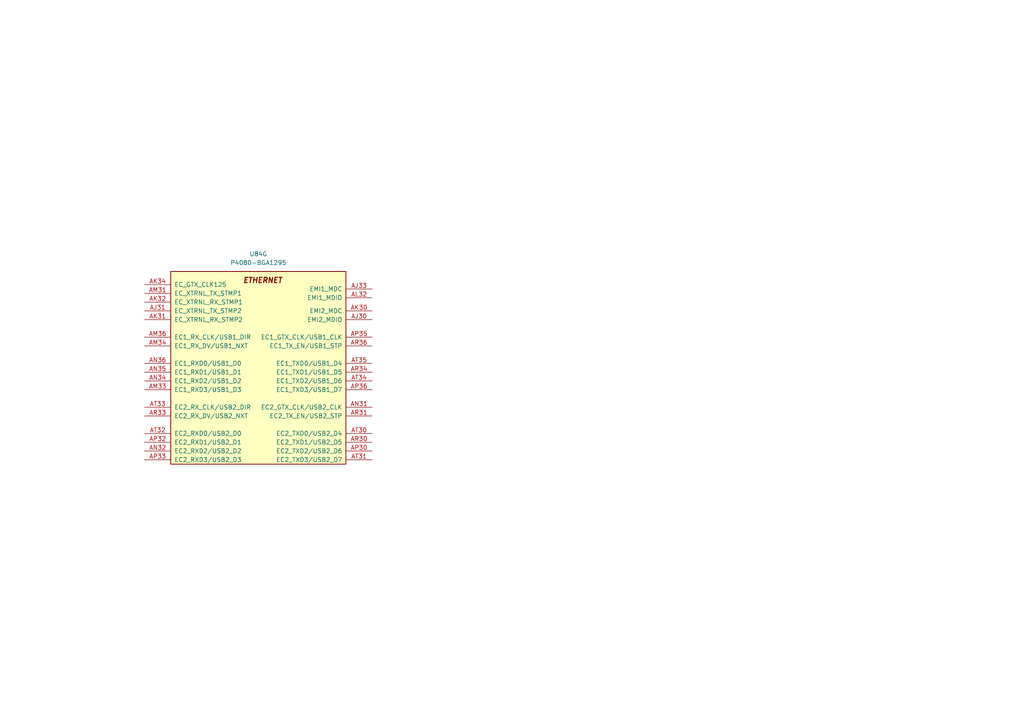
<source format=kicad_sch>
(kicad_sch (version 20250114) (generator "eeschema") (generator_version "9.0")
  (paper "A4")
  (lib_symbols
    (symbol "CPU:P4080-BGA1295" (pin_names (offset 1.016))
      (property "Reference" "U" (at 1.27 19.05 0))
      (property "Value" "P4080-BGA1295" (at 1.27 16.51 0))
      (symbol "P4080-BGA1295_1_1"
        (text "DDR SDRAM1" (at 1.27 26.67 900) (effects (font (size 2.54 2.54) (bold yes) (italic yes))))
        (pin bidirectional line (at -27.94 99.06 0) (length 7.62) (name "D1_MDQ0") (number "A17"))
        (pin bidirectional line (at -27.94 96.52 0) (length 7.62) (name "D1_MDQ1") (number "D17"))
        (pin bidirectional line (at -27.94 93.98 0) (length 7.62) (name "D1_MDQ2") (number "C14"))
        (pin bidirectional line (at -27.94 91.44 0) (length 7.62) (name "D1_MDQ3") (number "A14"))
        (pin bidirectional line (at -27.94 88.9 0) (length 7.62) (name "D1_MDQ4") (number "C17"))
        (pin bidirectional line (at -27.94 86.36 0) (length 7.62) (name "D1_MDQ5") (number "B17"))
        (pin bidirectional line (at -27.94 83.82 0) (length 7.62) (name "D1_MDQ6") (number "A15"))
        (pin bidirectional line (at -27.94 81.28 0) (length 7.62) (name "D1_MDQ7") (number "B15"))
        (pin bidirectional line (at -27.94 78.74 0) (length 7.62) (name "D1_MDQ8") (number "D15"))
        (pin bidirectional line (at -27.94 76.2 0) (length 7.62) (name "D1_MDQ9") (number "G15"))
        (pin bidirectional line (at -27.94 73.66 0) (length 7.62) (name "D1_MDQ10") (number "E12"))
        (pin bidirectional line (at -27.94 71.12 0) (length 7.62) (name "D1_MDQ11") (number "G12"))
        (pin bidirectional line (at -27.94 68.58 0) (length 7.62) (name "D1_MDQ12") (number "F16"))
        (pin bidirectional line (at -27.94 66.04 0) (length 7.62) (name "D1_MDQ13") (number "E15"))
        (pin bidirectional line (at -27.94 63.5 0) (length 7.62) (name "D1_MDQ14") (number "E13"))
        (pin bidirectional line (at -27.94 60.96 0) (length 7.62) (name "D1_MDQ15") (number "F13"))
        (pin bidirectional line (at -27.94 58.42 0) (length 7.62) (name "D1_MDQ16") (number "C8"))
        (pin bidirectional line (at -27.94 55.88 0) (length 7.62) (name "D1_MDQ17") (number "D12"))
        (pin bidirectional line (at -27.94 53.34 0) (length 7.62) (name "D1_MDQ18") (number "E9"))
        (pin bidirectional line (at -27.94 50.8 0) (length 7.62) (name "D1_MDQ19") (number "E10"))
        (pin bidirectional line (at -27.94 48.26 0) (length 7.62) (name "D1_MDQ20") (number "C11"))
        (pin bidirectional line (at -27.94 45.72 0) (length 7.62) (name "D1_MDQ21") (number "C10"))
        (pin bidirectional line (at -27.94 43.18 0) (length 7.62) (name "D1_MDQ22") (number "E6"))
        (pin bidirectional line (at -27.94 40.64 0) (length 7.62) (name "D1_MDQ23") (number "E7"))
        (pin bidirectional line (at -27.94 38.1 0) (length 7.62) (name "D1_MDQ24") (number "F7"))
        (pin bidirectional line (at -27.94 35.56 0) (length 7.62) (name "D1_MDQ25") (number "F11"))
        (pin bidirectional line (at -27.94 33.02 0) (length 7.62) (name "D1_MDQ26") (number "H10"))
        (pin bidirectional line (at -27.94 30.48 0) (length 7.62) (name "D1_MDQ27") (number "J10"))
        (pin bidirectional line (at -27.94 27.94 0) (length 7.62) (name "D1_MDQ28") (number "F10"))
        (pin bidirectional line (at -27.94 25.4 0) (length 7.62) (name "D1_MDQ29") (number "F8"))
        (pin bidirectional line (at -27.94 22.86 0) (length 7.62) (name "D1_MDQ30") (number "H7"))
        (pin bidirectional line (at -27.94 20.32 0) (length 7.62) (name "D1_MDQ31") (number "H9"))
        (pin bidirectional line (at -27.94 17.78 0) (length 7.62) (name "D1_MDQ32") (number "AC7"))
        (pin bidirectional line (at -27.94 15.24 0) (length 7.62) (name "D1_MDQ33") (number "AC6"))
        (pin bidirectional line (at -27.94 12.7 0) (length 7.62) (name "D1_MDQ34") (number "AF6"))
        (pin bidirectional line (at -27.94 10.16 0) (length 7.62) (name "D1_MDQ35") (number "AF7"))
        (pin bidirectional line (at -27.94 7.62 0) (length 7.62) (name "D1_MDQ36") (number "AB5"))
        (pin bidirectional line (at -27.94 5.08 0) (length 7.62) (name "D1_MDQ37") (number "AB6"))
        (pin bidirectional line (at -27.94 2.54 0) (length 7.62) (name "D1_MDQ38") (number "AE5"))
        (pin bidirectional line (at -27.94 0 0) (length 7.62) (name "D1_MDQ39") (number "AE6"))
        (pin bidirectional line (at -27.94 -2.54 0) (length 7.62) (name "D1_MDQ40") (number "AG5"))
        (pin bidirectional line (at -27.94 -5.08 0) (length 7.62) (name "D1_MDQ41") (number "AH9"))
        (pin bidirectional line (at -27.94 -7.62 0) (length 7.62) (name "D1_MDQ42") (number "AJ9"))
        (pin bidirectional line (at -27.94 -10.16 0) (length 7.62) (name "D1_MDQ43") (number "AJ10"))
        (pin bidirectional line (at -27.94 -12.7 0) (length 7.62) (name "D1_MDQ44") (number "AG8"))
        (pin bidirectional line (at -27.94 -15.24 0) (length 7.62) (name "D1_MDQ45") (number "AG7"))
        (pin bidirectional line (at -27.94 -17.78 0) (length 7.62) (name "D1_MDQ46") (number "AJ6"))
        (pin bidirectional line (at -27.94 -20.32 0) (length 7.62) (name "D1_MDQ47") (number "AJ7"))
        (pin bidirectional line (at -27.94 -22.86 0) (length 7.62) (name "D1_MDQ48") (number "AL9"))
        (pin bidirectional line (at -27.94 -25.4 0) (length 7.62) (name "D1_MDQ49") (number "AL8"))
        (pin bidirectional line (at -27.94 -27.94 0) (length 7.62) (name "D1_MDQ50") (number "AN10"))
        (pin bidirectional line (at -27.94 -30.48 0) (length 7.62) (name "D1_MDQ51") (number "AN11"))
        (pin bidirectional line (at -27.94 -33.02 0) (length 7.62) (name "D1_MDQ52") (number "AK8"))
        (pin bidirectional line (at -27.94 -35.56 0) (length 7.62) (name "D1_MDQ53") (number "AK7"))
        (pin bidirectional line (at -27.94 -38.1 0) (length 7.62) (name "D1_MDQ54") (number "AN7"))
        (pin bidirectional line (at -27.94 -40.64 0) (length 7.62) (name "D1_MDQ55") (number "AN8"))
        (pin bidirectional line (at -27.94 -43.18 0) (length 7.62) (name "D1_MDQ56") (number "AT9"))
        (pin bidirectional line (at -27.94 -45.72 0) (length 7.62) (name "D1_MDQ57") (number "AR10"))
        (pin bidirectional line (at -27.94 -48.26 0) (length 7.62) (name "D1_MDQ58") (number "AT13"))
        (pin bidirectional line (at -27.94 -50.8 0) (length 7.62) (name "D1_MDQ59") (number "AR13"))
        (pin bidirectional line (at -27.94 -53.34 0) (length 7.62) (name "D1_MDQ60") (number "AP9"))
        (pin bidirectional line (at -27.94 -55.88 0) (length 7.62) (name "D1_MDQ61") (number "AR9"))
        (pin bidirectional line (at -27.94 -58.42 0) (length 7.62) (name "D1_MDQ62") (number "AR12"))
        (pin bidirectional line (at -27.94 -60.96 0) (length 7.62) (name "D1_MDQ63") (number "AP12"))
        (pin bidirectional line (at -27.94 -64.77 0) (length 7.62) (name "D1_MECC0") (number "K9"))
        (pin bidirectional line (at -27.94 -67.31 0) (length 7.62) (name "D1_MECC1") (number "J5"))
        (pin bidirectional line (at -27.94 -69.85 0) (length 7.62) (name "D1_MECC2") (number "L10"))
        (pin bidirectional line (at -27.94 -72.39 0) (length 7.62) (name "D1_MECC3") (number "M10"))
        (pin bidirectional line (at -27.94 -74.93 0) (length 7.62) (name "D1_MECC4") (number "J8"))
        (pin bidirectional line (at -27.94 -77.47 0) (length 7.62) (name "D1_MECC5") (number "J7"))
        (pin bidirectional line (at -27.94 -80.01 0) (length 7.62) (name "D1_MECC6") (number "L7"))
        (pin bidirectional line (at -27.94 -82.55 0) (length 7.62) (name "D1_MECC7") (number "L9"))
        (pin input line (at -27.94 -86.36 0) (length 7.62) (name "/D1_MAPAR_ERR") (number "N8"))
        (pin output line (at -27.94 -88.9 0) (length 7.62) (name "D1_MAPAR_OUT") (number "Y7"))
        (pin bidirectional line (at -27.94 -92.71 0) (length 7.62) (name "D1_MDIC0") (number "T6"))
        (pin bidirectional line (at -27.94 -95.25 0) (length 7.62) (name "D1_MDIC1") (number "AA5"))
        (pin output line (at 30.48 99.06 180) (length 7.62) (name "D1_MBA0") (number "AA8"))
        (pin output line (at 30.48 96.52 180) (length 7.62) (name "D1_MBA1") (number "Y10"))
        (pin output line (at 30.48 93.98 180) (length 7.62) (name "D1_MBA2") (number "M8"))
        (pin output line (at 30.48 90.17 180) (length 7.62) (name "D1_MA0") (number "Y9"))
        (pin output line (at 30.48 87.63 180) (length 7.62) (name "D1_MA1") (number "U6"))
        (pin output line (at 30.48 85.09 180) (length 7.62) (name "D1_MA2") (number "U7"))
        (pin output line (at 30.48 82.55 180) (length 7.62) (name "D1_MA3") (number "U9"))
        (pin output line (at 30.48 80.01 180) (length 7.62) (name "D1_MA4") (number "U10"))
        (pin output line (at 30.48 77.47 180) (length 7.62) (name "D1_MA5") (number "T8"))
        (pin output line (at 30.48 74.93 180) (length 7.62) (name "D1_MA6") (number "T9"))
        (pin output line (at 30.48 72.39 180) (length 7.62) (name "D1_MA7") (number "R8"))
        (pin output line (at 30.48 69.85 180) (length 7.62) (name "D1_MA8") (number "R7"))
        (pin output line (at 30.48 67.31 180) (length 7.62) (name "D1_MA9") (number "P6"))
        (pin output line (at 30.48 64.77 180) (length 7.62) (name "D1_MA10") (number "AA7"))
        (pin output line (at 30.48 62.23 180) (length 7.62) (name "D1_MA11") (number "P7"))
        (pin output line (at 30.48 59.69 180) (length 7.62) (name "D1_MA12") (number "N6"))
        (pin output line (at 30.48 57.15 180) (length 7.62) (name "D1_MA13") (number "AE8"))
        (pin output line (at 30.48 54.61 180) (length 7.62) (name "D1_MA14") (number "M7"))
        (pin output line (at 30.48 52.07 180) (length 7.62) (name "D1_MA15") (number "L6"))
        (pin output line (at 30.48 48.26 180) (length 7.62) (name "/D1_MWE") (number "AB8"))
        (pin output line (at 30.48 45.72 180) (length 7.62) (name "/D1_MRAS") (number "AA10"))
        (pin output line (at 30.48 43.18 180) (length 7.62) (name "/D1_MCAS") (number "AC10"))
        (pin output line (at 30.48 39.37 180) (length 7.62) (name "/D1_MCS0") (number "AC9"))
        (pin output line (at 30.48 36.83 180) (length 7.62) (name "/D1_MCS1") (number "AE9"))
        (pin output line (at 30.48 34.29 180) (length 7.62) (name "/D1_MCS2") (number "AB9"))
        (pin output line (at 30.48 31.75 180) (length 7.62) (name "/D1_MCS3") (number "AF9"))
        (pin output line (at 30.48 27.94 180) (length 7.62) (name "D1_MCKE0") (number "P10"))
        (pin output line (at 30.48 25.4 180) (length 7.62) (name "D1_MCKE1") (number "R10"))
        (pin output line (at 30.48 22.86 180) (length 7.62) (name "D1_MCKE2") (number "P9"))
        (pin output line (at 30.48 20.32 180) (length 7.62) (name "D1_MCKE3") (number "N9"))
        (pin output line (at 30.48 16.51 180) (length 7.62) (name "D1_MCK0") (number "W6"))
        (pin output line (at 30.48 13.97 180) (length 7.62) (name "D1_MCK1") (number "V6"))
        (pin output line (at 30.48 11.43 180) (length 7.62) (name "D1_MCK2") (number "V8"))
        (pin output line (at 30.48 8.89 180) (length 7.62) (name "D1_MCK3") (number "W9"))
        (pin output line (at 30.48 6.35 180) (length 7.62) (name "D1_MCK4") (number "F1"))
        (pin output line (at 30.48 3.81 180) (length 7.62) (name "D1_MCK5") (number "AL1"))
        (pin output line (at 30.48 0 180) (length 7.62) (name "/D1_MCK0") (number "W5"))
        (pin output line (at 30.48 -2.54 180) (length 7.62) (name "/D1_MCK1") (number "V5"))
        (pin output line (at 30.48 -5.08 180) (length 7.62) (name "/D1_MCK2") (number "V9"))
        (pin output line (at 30.48 -7.62 180) (length 7.62) (name "/D1_MCK3") (number "W8"))
        (pin output line (at 30.48 -10.16 180) (length 7.62) (name "/D1_MCK4") (number "F2"))
        (pin output line (at 30.48 -12.7 180) (length 7.62) (name "/D1_MCK5") (number "AL2"))
        (pin output line (at 30.48 -16.51 180) (length 7.62) (name "D1_MODT0") (number "AD10"))
        (pin output line (at 30.48 -19.05 180) (length 7.62) (name "D1_MODT1") (number "AG10"))
        (pin output line (at 30.48 -21.59 180) (length 7.62) (name "D1_MODT2") (number "AD8"))
        (pin output line (at 30.48 -24.13 180) (length 7.62) (name "D1_MODT3") (number "AF10"))
        (pin output line (at 30.48 -27.94 180) (length 7.62) (name "D1_MDM0") (number "A16"))
        (pin output line (at 30.48 -30.48 180) (length 7.62) (name "D1_MDM1") (number "D14"))
        (pin output line (at 30.48 -33.02 180) (length 7.62) (name "D1_MDM2") (number "D11"))
        (pin output line (at 30.48 -35.56 180) (length 7.62) (name "D1_MDM3") (number "G11"))
        (pin output line (at 30.48 -38.1 180) (length 7.62) (name "D1_MDM4") (number "AD7"))
        (pin output line (at 30.48 -40.64 180) (length 7.62) (name "D1_MDM5") (number "AH8"))
        (pin output line (at 30.48 -43.18 180) (length 7.62) (name "D1_MDM6") (number "AL11"))
        (pin output line (at 30.48 -45.72 180) (length 7.62) (name "D1_MDM7") (number "AT10"))
        (pin output line (at 30.48 -48.26 180) (length 7.62) (name "D1_MDM8") (number "K8"))
        (pin bidirectional line (at 30.48 -52.07 180) (length 7.62) (name "D1_MDQS0") (number "C16"))
        (pin bidirectional line (at 30.48 -54.61 180) (length 7.62) (name "D1_MDQS1") (number "G14"))
        (pin bidirectional line (at 30.48 -57.15 180) (length 7.62) (name "D1_MDQS2") (number "D9"))
        (pin bidirectional line (at 30.48 -59.69 180) (length 7.62) (name "D1_MDQS3") (number "G9"))
        (pin bidirectional line (at 30.48 -62.23 180) (length 7.62) (name "D1_MDQS4") (number "AD5"))
        (pin bidirectional line (at 30.48 -64.77 180) (length 7.62) (name "D1_MDQS5") (number "AH6"))
        (pin bidirectional line (at 30.48 -67.31 180) (length 7.62) (name "D1_MDQS6") (number "AM10"))
        (pin bidirectional line (at 30.48 -69.85 180) (length 7.62) (name "D1_MDQS7") (number "AT12"))
        (pin bidirectional line (at 30.48 -72.39 180) (length 7.62) (name "D1_MDQS8") (number "K6"))
        (pin bidirectional line (at 30.48 -76.2 180) (length 7.62) (name "/D1_MDQS0") (number "B16"))
        (pin bidirectional line (at 30.48 -78.74 180) (length 7.62) (name "/D1_MDQS1") (number "F14"))
        (pin bidirectional line (at 30.48 -81.28 180) (length 7.62) (name "/D1_MDQS2") (number "D8"))
        (pin bidirectional line (at 30.48 -83.82 180) (length 7.62) (name "/D1_MDQS3") (number "G8"))
        (pin bidirectional line (at 30.48 -86.36 180) (length 7.62) (name "/D1_MDQS4") (number "AD4"))
        (pin bidirectional line (at 30.48 -88.9 180) (length 7.62) (name "/D1_MDQS5") (number "AH5"))
        (pin bidirectional line (at 30.48 -91.44 180) (length 7.62) (name "/D1_MDQS6") (number "AM9"))
        (pin bidirectional line (at 30.48 -93.98 180) (length 7.62) (name "/D1_MDQS7") (number "AT11"))
        (pin bidirectional line (at 30.48 -96.52 180) (length 7.62) (name "/D1_MDQS8") (number "K5"))
      )
      (symbol "P4080-BGA1295_2_1"
        (text "DDR SDRAM2" (at 1.27 26.67 900) (effects (font (size 2.54 2.54) (bold yes) (italic yes))))
        (pin bidirectional line (at -27.94 99.06 0) (length 7.62) (name "D2_MDQ0") (number "C13"))
        (pin bidirectional line (at -27.94 96.52 0) (length 7.62) (name "D2_MDQ1") (number "A12"))
        (pin bidirectional line (at -27.94 93.98 0) (length 7.62) (name "D2_MDQ2") (number "B9"))
        (pin bidirectional line (at -27.94 91.44 0) (length 7.62) (name "D2_MDQ3") (number "A8"))
        (pin bidirectional line (at -27.94 88.9 0) (length 7.62) (name "D2_MDQ4") (number "A13"))
        (pin bidirectional line (at -27.94 86.36 0) (length 7.62) (name "D2_MDQ5") (number "B13"))
        (pin bidirectional line (at -27.94 83.82 0) (length 7.62) (name "D2_MDQ6") (number "B10"))
        (pin bidirectional line (at -27.94 81.28 0) (length 7.62) (name "D2_MDQ7") (number "A9"))
        (pin bidirectional line (at -27.94 78.74 0) (length 7.62) (name "D2_MDQ8") (number "A7"))
        (pin bidirectional line (at -27.94 76.2 0) (length 7.62) (name "D2_MDQ9") (number "D6"))
        (pin bidirectional line (at -27.94 73.66 0) (length 7.62) (name "D2_MDQ10") (number "A4"))
        (pin bidirectional line (at -27.94 71.12 0) (length 7.62) (name "D2_MDQ11") (number "B4"))
        (pin bidirectional line (at -27.94 68.58 0) (length 7.62) (name "D2_MDQ12") (number "C7"))
        (pin bidirectional line (at -27.94 66.04 0) (length 7.62) (name "D2_MDQ13") (number "B7"))
        (pin bidirectional line (at -27.94 63.5 0) (length 7.62) (name "D2_MDQ14") (number "C5"))
        (pin bidirectional line (at -27.94 60.96 0) (length 7.62) (name "D2_MDQ15") (number "D5"))
        (pin bidirectional line (at -27.94 58.42 0) (length 7.62) (name "D2_MDQ16") (number "B1"))
        (pin bidirectional line (at -27.94 55.88 0) (length 7.62) (name "D2_MDQ17") (number "B3"))
        (pin bidirectional line (at -27.94 53.34 0) (length 7.62) (name "D2_MDQ18") (number "D3"))
        (pin bidirectional line (at -27.94 50.8 0) (length 7.62) (name "D2_MDQ19") (number "E1"))
        (pin bidirectional line (at -27.94 48.26 0) (length 7.62) (name "D2_MDQ20") (number "A3"))
        (pin bidirectional line (at -27.94 45.72 0) (length 7.62) (name "D2_MDQ21") (number "A2"))
        (pin bidirectional line (at -27.94 43.18 0) (length 7.62) (name "D2_MDQ22") (number "D1"))
        (pin bidirectional line (at -27.94 40.64 0) (length 7.62) (name "D2_MDQ23") (number "D2"))
        (pin bidirectional line (at -27.94 38.1 0) (length 7.62) (name "D2_MDQ24") (number "F4"))
        (pin bidirectional line (at -27.94 35.56 0) (length 7.62) (name "D2_MDQ25") (number "F5"))
        (pin bidirectional line (at -27.94 33.02 0) (length 7.62) (name "D2_MDQ26") (number "H4"))
        (pin bidirectional line (at -27.94 30.48 0) (length 7.62) (name "D2_MDQ27") (number "H6"))
        (pin bidirectional line (at -27.94 27.94 0) (length 7.62) (name "D2_MDQ28") (number "E4"))
        (pin bidirectional line (at -27.94 25.4 0) (length 7.62) (name "D2_MDQ29") (number "E3"))
        (pin bidirectional line (at -27.94 22.86 0) (length 7.62) (name "D2_MDQ30") (number "H3"))
        (pin bidirectional line (at -27.94 20.32 0) (length 7.62) (name "D2_MDQ31") (number "H1"))
        (pin bidirectional line (at -27.94 17.78 0) (length 7.62) (name "D2_MDQ32") (number "AG4"))
        (pin bidirectional line (at -27.94 15.24 0) (length 7.62) (name "D2_MDQ33") (number "AG2"))
        (pin bidirectional line (at -27.94 12.7 0) (length 7.62) (name "D2_MDQ34") (number "AJ3"))
        (pin bidirectional line (at -27.94 10.16 0) (length 7.62) (name "D2_MDQ35") (number "AJ1"))
        (pin bidirectional line (at -27.94 7.62 0) (length 7.62) (name "D2_MDQ36") (number "AF4"))
        (pin bidirectional line (at -27.94 5.08 0) (length 7.62) (name "D2_MDQ37") (number "AF3"))
        (pin bidirectional line (at -27.94 2.54 0) (length 7.62) (name "D2_MDQ38") (number "AH1"))
        (pin bidirectional line (at -27.94 0 0) (length 7.62) (name "D2_MDQ39") (number "AJ4"))
        (pin bidirectional line (at -27.94 -2.54 0) (length 7.62) (name "D2_MDQ40") (number "AL6"))
        (pin bidirectional line (at -27.94 -5.08 0) (length 7.62) (name "D2_MDQ41") (number "AL5"))
        (pin bidirectional line (at -27.94 -7.62 0) (length 7.62) (name "D2_MDQ42") (number "AN4"))
        (pin bidirectional line (at -27.94 -10.16 0) (length 7.62) (name "D2_MDQ43") (number "AN5"))
        (pin bidirectional line (at -27.94 -12.7 0) (length 7.62) (name "D2_MDQ44") (number "AK5"))
        (pin bidirectional line (at -27.94 -15.24 0) (length 7.62) (name "D2_MDQ45") (number "AK4"))
        (pin bidirectional line (at -27.94 -17.78 0) (length 7.62) (name "D2_MDQ46") (number "AM6"))
        (pin bidirectional line (at -27.94 -20.32 0) (length 7.62) (name "D2_MDQ47") (number "AM7"))
        (pin bidirectional line (at -27.94 -22.86 0) (length 7.62) (name "D2_MDQ48") (number "AN1"))
        (pin bidirectional line (at -27.94 -25.4 0) (length 7.62) (name "D2_MDQ49") (number "AP3"))
        (pin bidirectional line (at -27.94 -27.94 0) (length 7.62) (name "D2_MDQ50") (number "AT1"))
        (pin bidirectional line (at -27.94 -30.48 0) (length 7.62) (name "D2_MDQ51") (number "AT2"))
        (pin bidirectional line (at -27.94 -33.02 0) (length 7.62) (name "D2_MDQ52") (number "AM1"))
        (pin bidirectional line (at -27.94 -35.56 0) (length 7.62) (name "D2_MDQ53") (number "AN2"))
        (pin bidirectional line (at -27.94 -38.1 0) (length 7.62) (name "D2_MDQ54") (number "AR3"))
        (pin bidirectional line (at -27.94 -40.64 0) (length 7.62) (name "D2_MDQ55") (number "AT3"))
        (pin bidirectional line (at -27.94 -43.18 0) (length 7.62) (name "D2_MDQ56") (number "AP5"))
        (pin bidirectional line (at -27.94 -45.72 0) (length 7.62) (name "D2_MDQ57") (number "AT5"))
        (pin bidirectional line (at -27.94 -48.26 0) (length 7.62) (name "D2_MDQ58") (number "AP8"))
        (pin bidirectional line (at -27.94 -50.8 0) (length 7.62) (name "D2_MDQ59") (number "AT8"))
        (pin bidirectional line (at -27.94 -53.34 0) (length 7.62) (name "D2_MDQ60") (number "AR4"))
        (pin bidirectional line (at -27.94 -55.88 0) (length 7.62) (name "D2_MDQ61") (number "AT4"))
        (pin bidirectional line (at -27.94 -58.42 0) (length 7.62) (name "D2_MDQ62") (number "AR7"))
        (pin bidirectional line (at -27.94 -60.96 0) (length 7.62) (name "D2_MDQ63") (number "AT7"))
        (pin bidirectional line (at -27.94 -64.77 0) (length 7.62) (name "D2_MECC0") (number "J1"))
        (pin bidirectional line (at -27.94 -67.31 0) (length 7.62) (name "D2_MECC1") (number "K3"))
        (pin bidirectional line (at -27.94 -69.85 0) (length 7.62) (name "D2_MECC2") (number "M5"))
        (pin bidirectional line (at -27.94 -72.39 0) (length 7.62) (name "D2_MECC3") (number "N5"))
        (pin bidirectional line (at -27.94 -74.93 0) (length 7.62) (name "D2_MECC4") (number "J4"))
        (pin bidirectional line (at -27.94 -77.47 0) (length 7.62) (name "D2_MECC5") (number "J2"))
        (pin bidirectional line (at -27.94 -80.01 0) (length 7.62) (name "D2_MECC6") (number "L3"))
        (pin bidirectional line (at -27.94 -82.55 0) (length 7.62) (name "D2_MECC7") (number "L4"))
        (pin input line (at -27.94 -86.36 0) (length 7.62) (name "/D2_MAPA_ERR") (number "N2"))
        (pin output line (at -27.94 -88.9 0) (length 7.62) (name "D2_MAPAR_OUT") (number "Y1"))
        (pin bidirectional line (at -27.94 -92.71 0) (length 7.62) (name "D2_MDIC0") (number "AA4"))
        (pin bidirectional line (at -27.94 -95.25 0) (length 7.62) (name "D2_MDIC1") (number "Y6"))
        (pin output line (at 30.48 99.06 180) (length 7.62) (name "D2_MBA0") (number "AA3"))
        (pin output line (at 30.48 96.52 180) (length 7.62) (name "D2_MBA1") (number "AA1"))
        (pin output line (at 30.48 93.98 180) (length 7.62) (name "D2_MBA2") (number "M1"))
        (pin output line (at 30.48 90.17 180) (length 7.62) (name "D2_MA0") (number "Y4"))
        (pin output line (at 30.48 87.63 180) (length 7.62) (name "D2_MA1") (number "U1"))
        (pin output line (at 30.48 85.09 180) (length 7.62) (name "D2_MA2") (number "U4"))
        (pin output line (at 30.48 82.55 180) (length 7.62) (name "D2_MA3") (number "T1"))
        (pin output line (at 30.48 80.01 180) (length 7.62) (name "D2_MA4") (number "T2"))
        (pin output line (at 30.48 77.47 180) (length 7.62) (name "D2_MA5") (number "T3"))
        (pin output line (at 30.48 74.93 180) (length 7.62) (name "D2_MA6") (number "R1"))
        (pin output line (at 30.48 72.39 180) (length 7.62) (name "D2_MA7") (number "R4"))
        (pin output line (at 30.48 69.85 180) (length 7.62) (name "D2_MA8") (number "R2"))
        (pin output line (at 30.48 67.31 180) (length 7.62) (name "D2_MA9") (number "P1"))
        (pin output line (at 30.48 64.77 180) (length 7.62) (name "D2_MA10") (number "AA2"))
        (pin output line (at 30.48 62.23 180) (length 7.62) (name "D2_MA11") (number "P3"))
        (pin output line (at 30.48 59.69 180) (length 7.62) (name "D2_MA12") (number "N1"))
        (pin output line (at 30.48 57.15 180) (length 7.62) (name "D2_MA13") (number "AC4"))
        (pin output line (at 30.48 54.61 180) (length 7.62) (name "D2_MA14") (number "N3"))
        (pin output line (at 30.48 52.07 180) (length 7.62) (name "D2_MA15") (number "M2"))
        (pin output line (at 30.48 48.26 180) (length 7.62) (name "/D2_MWE") (number "AB2"))
        (pin output line (at 30.48 45.72 180) (length 7.62) (name "/D2_MRAS") (number "AB1"))
        (pin output line (at 30.48 43.18 180) (length 7.62) (name "/D2_MCAS") (number "AC3"))
        (pin output line (at 30.48 39.37 180) (length 7.62) (name "/D2_MCS0") (number "AC1"))
        (pin output line (at 30.48 36.83 180) (length 7.62) (name "/D2_MCS1") (number "AE1"))
        (pin output line (at 30.48 34.29 180) (length 7.62) (name "/D2_MCS2") (number "AB3"))
        (pin output line (at 30.48 31.75 180) (length 7.62) (name "/D2_MCS3") (number "AE2"))
        (pin output line (at 30.48 27.94 180) (length 7.62) (name "D2_MCKE0") (number "R5"))
        (pin output line (at 30.48 25.4 180) (length 7.62) (name "D2_MCKE1") (number "T5"))
        (pin output line (at 30.48 22.86 180) (length 7.62) (name "D2_MCKE2") (number "P4"))
        (pin output line (at 30.48 20.32 180) (length 7.62) (name "D2_MCKE3") (number "M4"))
        (pin output line (at 30.48 16.51 180) (length 7.62) (name "D2_MCK0") (number "W3"))
        (pin output line (at 30.48 13.97 180) (length 7.62) (name "D2_MCK1") (number "V3"))
        (pin output line (at 30.48 11.43 180) (length 7.62) (name "D2_MCK2") (number "V1"))
        (pin output line (at 30.48 8.89 180) (length 7.62) (name "D2_MCK3") (number "W2"))
        (pin output line (at 30.48 6.35 180) (length 7.62) (name "D2_MCK4") (number "G1"))
        (pin output line (at 30.48 3.81 180) (length 7.62) (name "D2_MCK5") (number "AK2"))
        (pin output line (at 30.48 0 180) (length 7.62) (name "/D2_MCK0") (number "W4"))
        (pin output line (at 30.48 -2.54 180) (length 7.62) (name "/D2_MCK1") (number "V4"))
        (pin output line (at 30.48 -5.08 180) (length 7.62) (name "/D2_MCK2") (number "V2"))
        (pin output line (at 30.48 -7.62 180) (length 7.62) (name "/D2_MCK3") (number "W1"))
        (pin output line (at 30.48 -10.16 180) (length 7.62) (name "/D2_MCK4") (number "G2"))
        (pin output line (at 30.48 -12.7 180) (length 7.62) (name "/D2_MCK5") (number "AK1"))
        (pin output line (at 30.48 -16.51 180) (length 7.62) (name "D2_MODT0") (number "AD2"))
        (pin output line (at 30.48 -19.05 180) (length 7.62) (name "D2_MODT1") (number "AF1"))
        (pin output line (at 30.48 -21.59 180) (length 7.62) (name "D2_MODT2") (number "AD1"))
        (pin output line (at 30.48 -24.13 180) (length 7.62) (name "D2_MODT3") (number "AE3"))
        (pin output line (at 30.48 -27.94 180) (length 7.62) (name "D2_MDM0") (number "B12"))
        (pin output line (at 30.48 -30.48 180) (length 7.62) (name "D2_MDM1") (number "B6"))
        (pin output line (at 30.48 -33.02 180) (length 7.62) (name "D2_MDM2") (number "C4"))
        (pin output line (at 30.48 -35.56 180) (length 7.62) (name "D2_MDM3") (number "G3"))
        (pin output line (at 30.48 -38.1 180) (length 7.62) (name "D2_MDM4") (number "AG1"))
        (pin output line (at 30.48 -40.64 180) (length 7.62) (name "D2_MDM5") (number "AL3"))
        (pin output line (at 30.48 -43.18 180) (length 7.62) (name "D2_MDM6") (number "AP2"))
        (pin output line (at 30.48 -45.72 180) (length 7.62) (name "D2_MDM7") (number "AP6"))
        (pin output line (at 30.48 -48.26 180) (length 7.62) (name "D2_MDM8") (number "K2"))
        (pin bidirectional line (at 30.48 -52.07 180) (length 7.62) (name "D2_MDQS0") (number "A10"))
        (pin bidirectional line (at 30.48 -54.61 180) (length 7.62) (name "D2_MDQS1") (number "A5"))
        (pin bidirectional line (at 30.48 -57.15 180) (length 7.62) (name "D2_MDQS2") (number "C2"))
        (pin bidirectional line (at 30.48 -59.69 180) (length 7.62) (name "D2_MDQS3") (number "G6"))
        (pin bidirectional line (at 30.48 -62.23 180) (length 7.62) (name "D2_MDQS4") (number "AH2"))
        (pin bidirectional line (at 30.48 -64.77 180) (length 7.62) (name "D2_MDQS5") (number "AM4"))
        (pin bidirectional line (at 30.48 -67.31 180) (length 7.62) (name "D2_MDQS6") (number "AR1"))
        (pin bidirectional line (at 30.48 -69.85 180) (length 7.62) (name "D2_MDQS7") (number "AR6"))
        (pin bidirectional line (at 30.48 -72.39 180) (length 7.62) (name "D2_MDQS8") (number "L1"))
        (pin bidirectional line (at 30.48 -76.2 180) (length 7.62) (name "/D2_MDQS0") (number "A11"))
        (pin bidirectional line (at 30.48 -78.74 180) (length 7.62) (name "/D2_MDQS1") (number "A6"))
        (pin bidirectional line (at 30.48 -81.28 180) (length 7.62) (name "/D2_MDQS2") (number "C1"))
        (pin bidirectional line (at 30.48 -83.82 180) (length 7.62) (name "/D2_MDQS3") (number "G5"))
        (pin bidirectional line (at 30.48 -86.36 180) (length 7.62) (name "/D2_MDQS4") (number "AH3"))
        (pin bidirectional line (at 30.48 -88.9 180) (length 7.62) (name "/D2_MDQS5") (number "AM3"))
        (pin bidirectional line (at 30.48 -91.44 180) (length 7.62) (name "/D2_MDQS6") (number "AP1"))
        (pin bidirectional line (at 30.48 -93.98 180) (length 7.62) (name "/D2_MDQS7") (number "AT6"))
        (pin bidirectional line (at 30.48 -96.52 180) (length 7.62) (name "/D2_MDQS8") (number "K1"))
      )
      (symbol "P4080-BGA1295_3_1"
        (text "PROG INTERRUPT" (at -13.97 -5.08 0) (effects (font (size 1.27 1.27) (bold yes) (italic yes))))
        (text "CONTROLLER" (at -13.97 -7.62 0) (effects (font (size 1.27 1.27) (bold yes) (italic yes))))
        (text "GENERAL-PURPOSE" (at -8.89 -64.77 0) (effects (font (size 1.524 1.524) (bold yes) (italic yes))))
        (text "INPUT/OUTPUT" (at -8.89 -68.58 0) (effects (font (size 1.524 1.524) (bold yes) (italic yes))))
        (text "LOCAL BUS CONTROLLER" (at 0 69.85 0) (effects (font (size 1.524 1.524) (bold yes) (italic yes))))
        (text "INTERFACE" (at 0 66.04 0) (effects (font (size 1.524 1.524) (bold yes) (italic yes))))
        (text "DMA" (at 0 7.62 0) (effects (font (size 1.524 1.524) (bold yes) (italic yes))))
        (pin bidirectional line (at -30.48 86.36 0) (length 7.62) (name "LAD0") (number "K26"))
        (pin bidirectional line (at -30.48 83.82 0) (length 7.62) (name "LAD1") (number "L26"))
        (pin bidirectional line (at -30.48 81.28 0) (length 7.62) (name "LAD2") (number "J26"))
        (pin bidirectional line (at -30.48 78.74 0) (length 7.62) (name "LAD3") (number "H25"))
        (pin bidirectional line (at -30.48 76.2 0) (length 7.62) (name "LAD4") (number "F25"))
        (pin bidirectional line (at -30.48 73.66 0) (length 7.62) (name "LAD5") (number "H24"))
        (pin bidirectional line (at -30.48 71.12 0) (length 7.62) (name "LAD6") (number "G24"))
        (pin bidirectional line (at -30.48 68.58 0) (length 7.62) (name "LAD7") (number "G23"))
        (pin bidirectional line (at -30.48 66.04 0) (length 7.62) (name "LAD8") (number "E23"))
        (pin bidirectional line (at -30.48 63.5 0) (length 7.62) (name "LAD9") (number "D23"))
        (pin bidirectional line (at -30.48 60.96 0) (length 7.62) (name "LAD10") (number "J22"))
        (pin bidirectional line (at -30.48 58.42 0) (length 7.62) (name "LAD11") (number "G22"))
        (pin bidirectional line (at -30.48 55.88 0) (length 7.62) (name "LAD12") (number "F19"))
        (pin bidirectional line (at -30.48 53.34 0) (length 7.62) (name "LAD13") (number "J18"))
        (pin bidirectional line (at -30.48 50.8 0) (length 7.62) (name "LAD14") (number "K18"))
        (pin bidirectional line (at -30.48 48.26 0) (length 7.62) (name "LAD15") (number "J17"))
        (pin bidirectional line (at -30.48 43.18 0) (length 7.62) (name "LDP0") (number "J24"))
        (pin bidirectional line (at -30.48 40.64 0) (length 7.62) (name "LDP1") (number "K23"))
        (pin output line (at -30.48 35.56 0) (length 7.62) (name "LGPL0") (number "B25"))
        (pin output line (at -30.48 33.02 0) (length 7.62) (name "LGPL1") (number "E25"))
        (pin output line (at -30.48 30.48 0) (length 7.62) (name "LGPL2") (number "D25"))
        (pin output line (at -30.48 27.94 0) (length 7.62) (name "LGPL3") (number "H26"))
        (pin bidirectional line (at -30.48 25.4 0) (length 7.62) (name "LGPL4") (number "C25"))
        (pin output line (at -30.48 22.86 0) (length 7.62) (name "LGPL5") (number "E26"))
        (pin output line (at -30.48 16.51 0) (length 7.62) (name "LCLK0") (number "C24"))
        (pin output line (at -30.48 13.97 0) (length 7.62) (name "LCLK1") (number "C23"))
        (pin input line (at -30.48 -10.16 0) (length 7.62) (name "IRQ0") (number "AJ16"))
        (pin input line (at -30.48 -12.7 0) (length 7.62) (name "IRQ1") (number "AH16"))
        (pin input line (at -30.48 -15.24 0) (length 7.62) (name "IRQ2") (number "AK12"))
        (pin input line (at -30.48 -17.78 0) (length 7.62) (name "IRQ3/GPIO21") (number "AJ15"))
        (pin input line (at -30.48 -20.32 0) (length 7.62) (name "IRQ4/GPIO22") (number "AH17"))
        (pin input line (at -30.48 -22.86 0) (length 7.62) (name "IRQ5/GPIO23") (number "AJ13"))
        (pin input line (at -30.48 -25.4 0) (length 7.62) (name "IRQ6/GPIO24") (number "AG17"))
        (pin input line (at -30.48 -27.94 0) (length 7.62) (name "IRQ7/GPIO25") (number "AM13"))
        (pin input line (at -30.48 -30.48 0) (length 7.62) (name "IRQ8/GPIO26") (number "AG13"))
        (pin input line (at -30.48 -33.02 0) (length 7.62) (name "IRQ9/GPIO27") (number "AK11"))
        (pin input line (at -30.48 -38.1 0) (length 7.62) (name "IRQ11/GPIO29") (number "AL12"))
        (pin output line (at -30.48 -41.91 0) (length 7.62) (name "/IRQ_OUT/EVT9") (number "AK14"))
        (pin input line (at -30.48 -45.72 0) (length 7.62) (name "/TMP_DETECT") (number "AN19"))
        (pin output line (at 30.48 86.36 180) (length 7.62) (name "LA16") (number "J25"))
        (pin output line (at 30.48 83.82 180) (length 7.62) (name "LA17") (number "G25"))
        (pin output line (at 30.48 81.28 180) (length 7.62) (name "LA18") (number "H23"))
        (pin output line (at 30.48 78.74 180) (length 7.62) (name "LA19") (number "F22"))
        (pin output line (at 30.48 76.2 180) (length 7.62) (name "LA20") (number "H22"))
        (pin output line (at 30.48 73.66 180) (length 7.62) (name "LA21") (number "E21"))
        (pin output line (at 30.48 71.12 180) (length 7.62) (name "LA22") (number "F21"))
        (pin output line (at 30.48 68.58 180) (length 7.62) (name "LA23") (number "H21"))
        (pin output line (at 30.48 66.04 180) (length 7.62) (name "LA24") (number "K21"))
        (pin output line (at 30.48 63.5 180) (length 7.62) (name "LA25") (number "G20"))
        (pin output line (at 30.48 60.96 180) (length 7.62) (name "LA26") (number "J20"))
        (pin output line (at 30.48 58.42 180) (length 7.62) (name "LA27") (number "K20"))
        (pin output line (at 30.48 55.88 180) (length 7.62) (name "LA28") (number "G19"))
        (pin output line (at 30.48 53.34 180) (length 7.62) (name "LA29") (number "H19"))
        (pin output line (at 30.48 50.8 180) (length 7.62) (name "LA30") (number "J19"))
        (pin output line (at 30.48 48.26 180) (length 7.62) (name "LA31") (number "G18"))
        (pin output line (at 30.48 44.45 180) (length 7.62) (name "/LCS0") (number "D19"))
        (pin output line (at 30.48 41.91 180) (length 7.62) (name "/LCS1") (number "D20"))
        (pin output line (at 30.48 39.37 180) (length 7.62) (name "/LCS2") (number "E20"))
        (pin output line (at 30.48 36.83 180) (length 7.62) (name "/LCS3") (number "D21"))
        (pin output line (at 30.48 34.29 180) (length 7.62) (name "/LCS4") (number "D22"))
        (pin output line (at 30.48 31.75 180) (length 7.62) (name "/LCS5") (number "B23"))
        (pin output line (at 30.48 29.21 180) (length 7.62) (name "/LCS6") (number "F24"))
        (pin output line (at 30.48 26.67 180) (length 7.62) (name "/LCS7") (number "G26"))
        (pin output line (at 30.48 22.86 180) (length 7.62) (name "/LWE0") (number "D24"))
        (pin output line (at 30.48 20.32 180) (length 7.62) (name "/LWE1") (number "A24"))
        (pin output line (at 30.48 16.51 180) (length 7.62) (name "LBCTL") (number "C22"))
        (pin bidirectional line (at 30.48 13.97 180) (length 7.62) (name "LALE") (number "A23"))
        (pin output line (at 30.48 6.35 180) (length 7.62) (name "/DMA1_DDONE0") (number "AN21"))
        (pin output line (at 30.48 2.54 180) (length 7.62) (name "/DMA2_DACK0") (number "AG19"))
        (pin output line (at 30.48 0 180) (length 7.62) (name "/DMA2_DDONE0") (number "AP20"))
        (pin bidirectional line (at 30.48 -5.08 180) (length 7.62) (name "GPIO0") (number "AL21"))
        (pin bidirectional line (at 30.48 -7.62 180) (length 7.62) (name "GPIO1") (number "AK22"))
        (pin bidirectional line (at 30.48 -10.16 180) (length 7.62) (name "GPIO2") (number "AM20"))
        (pin bidirectional line (at 30.48 -12.7 180) (length 7.62) (name "GPIO3") (number "AN20"))
        (pin bidirectional line (at 30.48 -15.24 180) (length 7.62) (name "GPIO4") (number "AH21"))
        (pin bidirectional line (at 30.48 -17.78 180) (length 7.62) (name "GPIO5") (number "AJ21"))
        (pin bidirectional line (at 30.48 -20.32 180) (length 7.62) (name "GPIO6") (number "AK21"))
        (pin bidirectional line (at 30.48 -22.86 180) (length 7.62) (name "GPIO7") (number "AG20"))
        (pin bidirectional line (at 30.48 -25.4 180) (length 7.62) (name "GPIO8/UART1_SOUT") (number "AL22"))
        (pin bidirectional line (at 30.48 -27.94 180) (length 7.62) (name "GPIO9/UART2_SOUT") (number "AJ22"))
        (pin bidirectional line (at 30.48 -30.48 180) (length 7.62) (name "GPIO10/UART1_SIN") (number "AR23"))
        (pin bidirectional line (at 30.48 -33.02 180) (length 7.62) (name "GPIO11/UART2_SIN") (number "AN23"))
        (pin bidirectional line (at 30.48 -35.56 180) (length 7.62) (name "GPIO12/RTS/UART3_SOUT") (number "AM22"))
        (pin bidirectional line (at 30.48 -38.1 180) (length 7.62) (name "GPIO13/RTS/UART4_SOUT") (number "AK23"))
        (pin bidirectional line (at 30.48 -40.64 180) (length 7.62) (name "GPIO14/CTS/UART3_SIN") (number "AP22"))
        (pin bidirectional line (at 30.48 -43.18 180) (length 7.62) (name "GPIO15/CTS/UART4_SIN") (number "AH23"))
        (pin bidirectional line (at 30.48 -45.72 180) (length 7.62) (name "GPIO16/IIC3_SCL/SDHC_CD") (number "AK13"))
        (pin bidirectional line (at 30.48 -48.26 180) (length 7.62) (name "GPIO17/IIC3_SDA/SDHC_WP") (number "AM14"))
        (pin bidirectional line (at 30.48 -50.8 180) (length 7.62) (name "GPIO18/DMA1_DREQ0") (number "AP21"))
        (pin bidirectional line (at 30.48 -53.34 180) (length 7.62) (name "GPIO19/DMA1_DACK0") (number "AL19"))
        (pin bidirectional line (at 30.48 -55.88 180) (length 7.62) (name "GPIO20/DMA2_DREQ0/ALT_MDVAL") (number "AJ20"))
        (pin bidirectional line (at 30.48 -76.2 180) (length 7.62) (name "GPIO28/IRQ10") (number "AH14"))
        (pin bidirectional line (at 30.48 -81.28 180) (length 7.62) (name "GPIO30/TSEC_1588_ALARM_OUT2") (number "AK35"))
        (pin bidirectional line (at 30.48 -83.82 180) (length 7.62) (name "GPIO31/TSEC_1588_PULSE_OUT2") (number "AJ34"))
      )
      (symbol "P4080-BGA1295_4_1"
        (text "SERDES" (at 0 29.21 0) (effects (font (size 2.54 2.54) (bold yes) (italic yes))))
        (pin input line (at -27.94 55.88 0) (length 7.62) (name "SD_RX0") (number "C28"))
        (pin input line (at -27.94 53.34 0) (length 7.62) (name "SD_RX1") (number "A29"))
        (pin input line (at -27.94 50.8 0) (length 7.62) (name "SD_RX2") (number "C30"))
        (pin input line (at -27.94 48.26 0) (length 7.62) (name "SD_RX3") (number "A31"))
        (pin input line (at -27.94 45.72 0) (length 7.62) (name "SD_RX4") (number "D36"))
        (pin input line (at -27.94 43.18 0) (length 7.62) (name "SD_RX5") (number "F36"))
        (pin input line (at -27.94 40.64 0) (length 7.62) (name "SD_RX6") (number "H36"))
        (pin input line (at -27.94 38.1 0) (length 7.62) (name "SD_RX7") (number "K36"))
        (pin input line (at -27.94 35.56 0) (length 7.62) (name "SD_RX8") (number "L34"))
        (pin input line (at -27.94 33.02 0) (length 7.62) (name "SD_RX9") (number "M36"))
        (pin input line (at -27.94 30.48 0) (length 7.62) (name "SD_RX10") (number "P36"))
        (pin input line (at -27.94 27.94 0) (length 7.62) (name "SD_RX11") (number "T34"))
        (pin input line (at -27.94 25.4 0) (length 7.62) (name "SD_RX12") (number "W36"))
        (pin input line (at -27.94 22.86 0) (length 7.62) (name "SD_RX13") (number "Y34"))
        (pin input line (at -27.94 20.32 0) (length 7.62) (name "SD_RX14") (number "AA36"))
        (pin input line (at -27.94 17.78 0) (length 7.62) (name "SD_RX15") (number "AC36"))
        (pin input line (at -27.94 15.24 0) (length 7.62) (name "SD_RX16") (number "AF34"))
        (pin input line (at -27.94 12.7 0) (length 7.62) (name "SD_RX17") (number "AG36"))
        (pin input line (at -27.94 7.62 0) (length 7.62) (name "/SD_RX0") (number "D28"))
        (pin input line (at -27.94 5.08 0) (length 7.62) (name "/SD_RX1") (number "B29"))
        (pin input line (at -27.94 2.54 0) (length 7.62) (name "/SD_RX2") (number "D30"))
        (pin input line (at -27.94 0 0) (length 7.62) (name "/SD_RX3") (number "B31"))
        (pin input line (at -27.94 -2.54 0) (length 7.62) (name "/SD_RX4") (number "C36"))
        (pin input line (at -27.94 -5.08 0) (length 7.62) (name "/SD_RX5") (number "F35"))
        (pin input line (at -27.94 -7.62 0) (length 7.62) (name "/SD_RX6") (number "H35"))
        (pin input line (at -27.94 -10.16 0) (length 7.62) (name "/SD_RX7") (number "K35"))
        (pin input line (at -27.94 -12.7 0) (length 7.62) (name "/SD_RX8") (number "L33"))
        (pin input line (at -27.94 -15.24 0) (length 7.62) (name "/SD_RX9") (number "M35"))
        (pin input line (at -27.94 -17.78 0) (length 7.62) (name "/SD_RX10") (number "P35"))
        (pin input line (at -27.94 -20.32 0) (length 7.62) (name "/SD_RX11") (number "T33"))
        (pin input line (at -27.94 -22.86 0) (length 7.62) (name "/SD_RX12") (number "W35"))
        (pin input line (at -27.94 -25.4 0) (length 7.62) (name "/SD_RX13") (number "Y33"))
        (pin input line (at -27.94 -27.94 0) (length 7.62) (name "/SD_RX14") (number "AA35"))
        (pin input line (at -27.94 -30.48 0) (length 7.62) (name "/SD_RX15") (number "AC35"))
        (pin input line (at -27.94 -33.02 0) (length 7.62) (name "/SD_RX16") (number "AF33"))
        (pin input line (at -27.94 -35.56 0) (length 7.62) (name "/SD_RX17") (number "AG35"))
        (pin input line (at -27.94 -40.64 0) (length 7.62) (name "SD_REF_CLK1") (number "A35"))
        (pin input line (at -27.94 -43.18 0) (length 7.62) (name "/SD_REF_CLK1") (number "B35"))
        (pin input line (at -27.94 -45.72 0) (length 7.62) (name "SD_REF_CLK2") (number "V34"))
        (pin input line (at -27.94 -48.26 0) (length 7.62) (name "/SD_REF_CLK2") (number "V33"))
        (pin input line (at -27.94 -50.8 0) (length 7.62) (name "SD_REF_CLK3") (number "AC32"))
        (pin input line (at -27.94 -53.34 0) (length 7.62) (name "/SD_REF_CLK3") (number "AC31"))
        (pin output line (at 27.94 55.88 180) (length 7.62) (name "SD_TX0") (number "H28"))
        (pin output line (at 27.94 53.34 180) (length 7.62) (name "SD_TX1") (number "F29"))
        (pin output line (at 27.94 50.8 180) (length 7.62) (name "SD_TX2") (number "H30"))
        (pin output line (at 27.94 48.26 180) (length 7.62) (name "SD_TX3") (number "F31"))
        (pin output line (at 27.94 45.72 180) (length 7.62) (name "SD_TX4") (number "D34"))
        (pin output line (at 27.94 43.18 180) (length 7.62) (name "SD_TX5") (number "G33"))
        (pin output line (at 27.94 40.64 180) (length 7.62) (name "SD_TX6") (number "J33"))
        (pin output line (at 27.94 38.1 180) (length 7.62) (name "SD_TX7") (number "K31"))
        (pin output line (at 27.94 35.56 180) (length 7.62) (name "SD_TX8") (number "M31"))
        (pin output line (at 27.94 33.02 180) (length 7.62) (name "SD_TX9") (number "N33"))
        (pin output line (at 27.94 30.48 180) (length 7.62) (name "SD_TX10") (number "P31"))
        (pin output line (at 27.94 27.94 180) (length 7.62) (name "SD_TX11") (number "T30"))
        (pin output line (at 27.94 25.4 180) (length 7.62) (name "SD_TX12") (number "W31"))
        (pin output line (at 27.94 22.86 180) (length 7.62) (name "SD_TX13") (number "Y29"))
        (pin output line (at 27.94 20.32 180) (length 7.62) (name "SD_TX14") (number "AA31"))
        (pin output line (at 27.94 17.78 180) (length 7.62) (name "SD_TX15") (number "AB33"))
        (pin output line (at 27.94 15.24 180) (length 7.62) (name "SD_TX16") (number "AE31"))
        (pin output line (at 27.94 12.7 180) (length 7.62) (name "SD_TX17") (number "AG31"))
        (pin output line (at 27.94 7.62 180) (length 7.62) (name "/SD_TX0") (number "G28"))
        (pin output line (at 27.94 5.08 180) (length 7.62) (name "/SD_TX1") (number "E29"))
        (pin output line (at 27.94 2.54 180) (length 7.62) (name "/SD_TX2") (number "G30"))
        (pin output line (at 27.94 0 180) (length 7.62) (name "/SD_TX3") (number "E31"))
        (pin output line (at 27.94 -2.54 180) (length 7.62) (name "/SD_TX4") (number "E34"))
        (pin output line (at 27.94 -5.08 180) (length 7.62) (name "/SD_TX5") (number "F33"))
        (pin output line (at 27.94 -7.62 180) (length 7.62) (name "/SD_TX6") (number "J34"))
        (pin output line (at 27.94 -10.16 180) (length 7.62) (name "/SD_TX7") (number "K32"))
        (pin output line (at 27.94 -12.7 180) (length 7.62) (name "/SD_TX8") (number "M32"))
        (pin output line (at 27.94 -15.24 180) (length 7.62) (name "/SD_TX9") (number "N34"))
        (pin output line (at 27.94 -17.78 180) (length 7.62) (name "/SD_TX10") (number "P32"))
        (pin output line (at 27.94 -20.32 180) (length 7.62) (name "/SD_TX11") (number "T31"))
        (pin output line (at 27.94 -22.86 180) (length 7.62) (name "/SD_TX12") (number "W32"))
        (pin output line (at 27.94 -25.4 180) (length 7.62) (name "/SD_TX13") (number "Y30"))
        (pin output line (at 27.94 -27.94 180) (length 7.62) (name "/SD_TX14") (number "AA32"))
        (pin output line (at 27.94 -30.48 180) (length 7.62) (name "/SD_TX15") (number "AB34"))
        (pin output line (at 27.94 -33.02 180) (length 7.62) (name "/SD_TX16") (number "AE32"))
        (pin output line (at 27.94 -35.56 180) (length 7.62) (name "/SD_TX17") (number "AG32"))
      )
      (symbol "P4080-BGA1295_5_1"
        (text "POWER PINS SERDES" (at 0 39.37 900) (effects (font (size 2.54 2.54) (bold yes) (italic yes))))
        (pin power_in line (at -25.4 99.06 0) (length 7.62) (name "XVDD") (number "AA29"))
        (pin power_in line (at -25.4 96.52 0) (length 7.62) (name "XVDD") (number "AB30"))
        (pin power_in line (at -25.4 93.98 0) (length 7.62) (name "XVDD") (number "AB31"))
        (pin power_in line (at -25.4 91.44 0) (length 7.62) (name "XVDD") (number "AC33"))
        (pin power_in line (at -25.4 88.9 0) (length 7.62) (name "XVDD") (number "AD32"))
        (pin power_in line (at -25.4 86.36 0) (length 7.62) (name "XVDD") (number "AE30"))
        (pin power_in line (at -25.4 83.82 0) (length 7.62) (name "XVDD") (number "AF31"))
        (pin power_in line (at -25.4 81.28 0) (length 7.62) (name "XVDD") (number "E32"))
        (pin power_in line (at -25.4 78.74 0) (length 7.62) (name "XVDD") (number "E33"))
        (pin power_in line (at -25.4 76.2 0) (length 7.62) (name "XVDD") (number "F28"))
        (pin power_in line (at -25.4 73.66 0) (length 7.62) (name "XVDD") (number "F30"))
        (pin power_in line (at -25.4 71.12 0) (length 7.62) (name "XVDD") (number "G32"))
        (pin power_in line (at -25.4 68.58 0) (length 7.62) (name "XVDD") (number "H31"))
        (pin power_in line (at -25.4 66.04 0) (length 7.62) (name "XVDD") (number "H33"))
        (pin power_in line (at -25.4 63.5 0) (length 7.62) (name "XVDD") (number "J28"))
        (pin power_in line (at -25.4 60.96 0) (length 7.62) (name "XVDD") (number "J30"))
        (pin power_in line (at -25.4 58.42 0) (length 7.62) (name "XVDD") (number "J32"))
        (pin power_in line (at -25.4 55.88 0) (length 7.62) (name "XVDD") (number "K30"))
        (pin power_in line (at -25.4 53.34 0) (length 7.62) (name "XVDD") (number "L30"))
        (pin power_in line (at -25.4 50.8 0) (length 7.62) (name "XVDD") (number "L31"))
        (pin power_in line (at -25.4 48.26 0) (length 7.62) (name "XVDD") (number "M29"))
        (pin power_in line (at -25.4 45.72 0) (length 7.62) (name "XVDD") (number "N31"))
        (pin power_in line (at -25.4 43.18 0) (length 7.62) (name "XVDD") (number "P30"))
        (pin power_in line (at -25.4 40.64 0) (length 7.62) (name "XVDD") (number "P33"))
        (pin power_in line (at -25.4 38.1 0) (length 7.62) (name "XVDD") (number "R29"))
        (pin power_in line (at -25.4 35.56 0) (length 7.62) (name "XVDD") (number "R31"))
        (pin power_in line (at -25.4 33.02 0) (length 7.62) (name "XVDD") (number "T29"))
        (pin power_in line (at -25.4 30.48 0) (length 7.62) (name "XVDD") (number "T32"))
        (pin power_in line (at -25.4 27.94 0) (length 7.62) (name "XVDD") (number "U30"))
        (pin power_in line (at -25.4 25.4 0) (length 7.62) (name "XVDD") (number "V30"))
        (pin power_in line (at -25.4 22.86 0) (length 7.62) (name "XVDD") (number "V32"))
        (pin power_in line (at -25.4 20.32 0) (length 7.62) (name "XVDD") (number "W29"))
        (pin power_in line (at -25.4 17.78 0) (length 7.62) (name "XVDD") (number "Y31"))
        (pin power_in line (at -25.4 15.24 0) (length 7.62) (name "XVDD") (number "AH32"))
        (pin power_in line (at -25.4 0 0) (length 7.62) (name "SVDD") (number "A30"))
        (pin power_in line (at -25.4 -2.54 0) (length 7.62) (name "SVDD") (number "A34"))
        (pin power_in line (at -25.4 -5.08 0) (length 7.62) (name "SVDD") (number "AA33"))
        (pin power_in line (at -25.4 -7.62 0) (length 7.62) (name "SVDD") (number "AB35"))
        (pin power_in line (at -25.4 -10.16 0) (length 7.62) (name "SVDD") (number "AD36"))
        (pin power_in line (at -25.4 -12.7 0) (length 7.62) (name "SVDD") (number "AE33"))
        (pin power_in line (at -25.4 -15.24 0) (length 7.62) (name "SVDD") (number "AF35"))
        (pin power_in line (at -25.4 -17.78 0) (length 7.62) (name "SVDD") (number "AG34"))
        (pin power_in line (at -25.4 -20.32 0) (length 7.62) (name "SVDD") (number "B28"))
        (pin power_in line (at -25.4 -22.86 0) (length 7.62) (name "SVDD") (number "B32"))
        (pin power_in line (at -25.4 -25.4 0) (length 7.62) (name "SVDD") (number "B36"))
        (pin power_in line (at -25.4 -27.94 0) (length 7.62) (name "SVDD") (number "C31"))
        (pin power_in line (at -25.4 -30.48 0) (length 7.62) (name "SVDD") (number "C34"))
        (pin power_in line (at -25.4 -33.02 0) (length 7.62) (name "SVDD") (number "C35"))
        (pin power_in line (at -25.4 -35.56 0) (length 7.62) (name "SVDD") (number "D29"))
        (pin power_in line (at -25.4 -38.1 0) (length 7.62) (name "SVDD") (number "E36"))
        (pin power_in line (at -25.4 -40.64 0) (length 7.62) (name "SVDD") (number "F34"))
        (pin power_in line (at -25.4 -43.18 0) (length 7.62) (name "SVDD") (number "G35"))
        (pin power_in line (at -25.4 -45.72 0) (length 7.62) (name "SVDD") (number "J36"))
        (pin power_in line (at -25.4 -48.26 0) (length 7.62) (name "SVDD") (number "K34"))
        (pin power_in line (at -25.4 -50.8 0) (length 7.62) (name "SVDD") (number "L35"))
        (pin power_in line (at -25.4 -53.34 0) (length 7.62) (name "SVDD") (number "M33"))
        (pin power_in line (at -25.4 -55.88 0) (length 7.62) (name "SVDD") (number "N36"))
        (pin power_in line (at -25.4 -58.42 0) (length 7.62) (name "SVDD") (number "R34"))
        (pin power_in line (at -25.4 -60.96 0) (length 7.62) (name "SVDD") (number "R35"))
        (pin power_in line (at -25.4 -63.5 0) (length 7.62) (name "SVDD") (number "U33"))
        (pin power_in line (at -25.4 -66.04 0) (length 7.62) (name "SVDD") (number "V35"))
        (pin power_in line (at -25.4 -68.58 0) (length 7.62) (name "SVDD") (number "W34"))
        (pin power_in line (at -25.4 -71.12 0) (length 7.62) (name "SVDD") (number "Y36"))
        (pin power_in line (at -25.4 -73.66 0) (length 7.62) (name "SVDD") (number "AH36"))
        (pin power_in line (at -25.4 -83.82 0) (length 7.62) (name "AVDD_SRDS1") (number "A33"))
        (pin power_in line (at -25.4 -86.36 0) (length 7.62) (name "AVDD_SRDS2") (number "U36"))
        (pin power_in line (at -25.4 -88.9 0) (length 7.62) (name "AVDD_SRDS3") (number "AE35"))
        (pin input line (at -25.4 -93.98 0) (length 7.62) (name "SD_IMP_CAL_TX") (number "AF30"))
        (pin input line (at -25.4 -96.52 0) (length 7.62) (name "SD_IMP_CAL_RX") (number "B27"))
        (pin power_in line (at 25.4 99.06 180) (length 7.62) (name "XGND") (number "AA30"))
        (pin power_in line (at 25.4 96.52 180) (length 7.62) (name "XGND") (number "AB32"))
        (pin power_in line (at 25.4 93.98 180) (length 7.62) (name "XGND") (number "AC30"))
        (pin power_in line (at 25.4 91.44 180) (length 7.62) (name "XGND") (number "AC34"))
        (pin power_in line (at 25.4 88.9 180) (length 7.62) (name "XGND") (number "AD30"))
        (pin power_in line (at 25.4 86.36 180) (length 7.62) (name "XGND") (number "AD31"))
        (pin power_in line (at 25.4 83.82 180) (length 7.62) (name "XGND") (number "AF32"))
        (pin power_in line (at 25.4 81.28 180) (length 7.62) (name "XGND") (number "AG30"))
        (pin power_in line (at 25.4 78.74 180) (length 7.62) (name "XGND") (number "D33"))
        (pin power_in line (at 25.4 76.2 180) (length 7.62) (name "XGND") (number "E28"))
        (pin power_in line (at 25.4 73.66 180) (length 7.62) (name "XGND") (number "E30"))
        (pin power_in line (at 25.4 71.12 180) (length 7.62) (name "XGND") (number "F32"))
        (pin power_in line (at 25.4 68.58 180) (length 7.62) (name "XGND") (number "G29"))
        (pin power_in line (at 25.4 66.04 180) (length 7.62) (name "XGND") (number "G31"))
        (pin power_in line (at 25.4 63.5 180) (length 7.62) (name "XGND") (number "H29"))
        (pin power_in line (at 25.4 60.96 180) (length 7.62) (name "XGND") (number "H32"))
        (pin power_in line (at 25.4 58.42 180) (length 7.62) (name "XGND") (number "H34"))
        (pin power_in line (at 25.4 55.88 180) (length 7.62) (name "XGND") (number "J29"))
        (pin power_in line (at 25.4 53.34 180) (length 7.62) (name "XGND") (number "J31"))
        (pin power_in line (at 25.4 50.8 180) (length 7.62) (name "XGND") (number "K28"))
        (pin power_in line (at 25.4 48.26 180) (length 7.62) (name "XGND") (number "K29"))
        (pin power_in line (at 25.4 45.72 180) (length 7.62) (name "XGND") (number "L29"))
        (pin power_in line (at 25.4 43.18 180) (length 7.62) (name "XGND") (number "L32"))
        (pin power_in line (at 25.4 40.64 180) (length 7.62) (name "XGND") (number "M30"))
        (pin power_in line (at 25.4 38.1 180) (length 7.62) (name "XGND") (number "N29"))
        (pin power_in line (at 25.4 35.56 180) (length 7.62) (name "XGND") (number "N30"))
        (pin power_in line (at 25.4 33.02 180) (length 7.62) (name "XGND") (number "N32"))
        (pin power_in line (at 25.4 30.48 180) (length 7.62) (name "XGND") (number "P29"))
        (pin power_in line (at 25.4 27.94 180) (length 7.62) (name "XGND") (number "P34"))
        (pin power_in line (at 25.4 25.4 180) (length 7.62) (name "XGND") (number "R30"))
        (pin power_in line (at 25.4 22.86 180) (length 7.62) (name "XGND") (number "R32"))
        (pin power_in line (at 25.4 20.32 180) (length 7.62) (name "XGND") (number "U29"))
        (pin power_in line (at 25.4 17.78 180) (length 7.62) (name "XGND") (number "U31"))
        (pin power_in line (at 25.4 15.24 180) (length 7.62) (name "XGND") (number "V29"))
        (pin power_in line (at 25.4 12.7 180) (length 7.62) (name "XGND") (number "V31"))
        (pin power_in line (at 25.4 10.16 180) (length 7.62) (name "XGND") (number "W30"))
        (pin power_in line (at 25.4 7.62 180) (length 7.62) (name "XGND") (number "Y32"))
        (pin power_in line (at 25.4 5.08 180) (length 7.62) (name "XGND") (number "AH31"))
        (pin power_in line (at 25.4 0 180) (length 7.62) (name "SGND") (number "A28"))
        (pin power_in line (at 25.4 -2.54 180) (length 7.62) (name "SGND") (number "A32"))
        (pin power_in line (at 25.4 -5.08 180) (length 7.62) (name "SGND") (number "A36"))
        (pin power_in line (at 25.4 -7.62 180) (length 7.62) (name "SGND") (number "AA34"))
        (pin power_in line (at 25.4 -10.16 180) (length 7.62) (name "SGND") (number "AB36"))
        (pin power_in line (at 25.4 -12.7 180) (length 7.62) (name "SGND") (number "AD35"))
        (pin power_in line (at 25.4 -15.24 180) (length 7.62) (name "SGND") (number "AE34"))
        (pin power_in line (at 25.4 -17.78 180) (length 7.62) (name "SGND") (number "AF36"))
        (pin power_in line (at 25.4 -20.32 180) (length 7.62) (name "SGND") (number "AG33"))
        (pin power_in line (at 25.4 -22.86 180) (length 7.62) (name "SGND") (number "B30"))
        (pin power_in line (at 25.4 -25.4 180) (length 7.62) (name "SGND") (number "B34"))
        (pin power_in line (at 25.4 -27.94 180) (length 7.62) (name "SGND") (number "C29"))
        (pin power_in line (at 25.4 -30.48 180) (length 7.62) (name "SGND") (number "C33"))
        (pin power_in line (at 25.4 -33.02 180) (length 7.62) (name "SGND") (number "D31"))
        (pin power_in line (at 25.4 -35.56 180) (length 7.62) (name "SGND") (number "D35"))
        (pin power_in line (at 25.4 -38.1 180) (length 7.62) (name "SGND") (number "E35"))
        (pin power_in line (at 25.4 -40.64 180) (length 7.62) (name "SGND") (number "G34"))
        (pin power_in line (at 25.4 -43.18 180) (length 7.62) (name "SGND") (number "G36"))
        (pin power_in line (at 25.4 -45.72 180) (length 7.62) (name "SGND") (number "J35"))
        (pin power_in line (at 25.4 -48.26 180) (length 7.62) (name "SGND") (number "K33"))
        (pin power_in line (at 25.4 -50.8 180) (length 7.62) (name "SGND") (number "L36"))
        (pin power_in line (at 25.4 -53.34 180) (length 7.62) (name "SGND") (number "M34"))
        (pin power_in line (at 25.4 -55.88 180) (length 7.62) (name "SGND") (number "N35"))
        (pin power_in line (at 25.4 -58.42 180) (length 7.62) (name "SGND") (number "R33"))
        (pin power_in line (at 25.4 -60.96 180) (length 7.62) (name "SGND") (number "R36"))
        (pin power_in line (at 25.4 -63.5 180) (length 7.62) (name "SGND") (number "T35"))
        (pin power_in line (at 25.4 -66.04 180) (length 7.62) (name "SGND") (number "U34"))
        (pin power_in line (at 25.4 -68.58 180) (length 7.62) (name "SGND") (number "V36"))
        (pin power_in line (at 25.4 -71.12 180) (length 7.62) (name "SGND") (number "W33"))
        (pin power_in line (at 25.4 -73.66 180) (length 7.62) (name "SGND") (number "Y35"))
        (pin power_in line (at 25.4 -76.2 180) (length 7.62) (name "SGND") (number "AH35"))
        (pin power_in line (at 25.4 -78.74 180) (length 7.62) (name "SGND") (number "AH33"))
        (pin power_in line (at 25.4 -83.82 180) (length 7.62) (name "AGND_SRDS1") (number "B33"))
        (pin power_in line (at 25.4 -86.36 180) (length 7.62) (name "AGND_SRDS2") (number "T36"))
        (pin power_in line (at 25.4 -88.9 180) (length 7.62) (name "AGND_SRDS3") (number "AE36"))
      )
      (symbol "P4080-BGA1295_6_1"
        (text "USB1" (at -20.32 82.55 0) (effects (font (size 1.524 1.524))))
        (text "USB2" (at -20.32 58.42 0) (effects (font (size 1.524 1.524))))
        (text "CLOCK" (at -17.78 -63.5 0) (effects (font (size 1.524 1.524))))
        (text "JTAG" (at -17.78 -74.93 0) (effects (font (size 1.524 1.524))))
        (text "eSDHC" (at -15.24 41.91 0) (effects (font (size 1.524 1.524))))
        (text "I²C INTERFACE" (at -15.24 -3.81 0) (effects (font (size 1.524 1.524))))
        (text "SYSTEM" (at -12.7 -86.36 0) (effects (font (size 1.524 1.524))))
        (text "CONTROL" (at -12.7 -88.9 0) (effects (font (size 1.524 1.524))))
        (text "DEBUG" (at -1.27 -39.37 0) (effects (font (size 1.524 1.524))))
        (text "I/O VOLTAGE SELECT" (at 5.08 -69.85 0) (effects (font (size 0.0254 0.0254))))
        (text "IEEE 1588" (at 6.35 21.59 0) (effects (font (size 1.524 1.524))))
        (text "DUART" (at 6.35 -3.81 0) (effects (font (size 1.524 1.524))))
        (text "eSPI" (at 8.89 41.91 0) (effects (font (size 1.524 1.524))))
        (text "DFT" (at 8.89 -90.17 0) (effects (font (size 1.524 1.524))))
        (text "I/O VOLT.SELECT" (at 10.16 -77.47 0) (effects (font (size 1.524 1.524))))
        (text "PWR MANAGEMENT" (at 11.43 -63.5 0) (effects (font (size 1.524 1.524))))
        (pin output line (at -43.18 96.52 0) (length 7.62) (name "USB1_STP/EC1_TX_EN") (number "AR36"))
        (pin input line (at -43.18 91.44 0) (length 7.62) (name "USB1_NXT/EC1_RX_DV") (number "AM34"))
        (pin input line (at -43.18 88.9 0) (length 7.62) (name "USB1_DIR/EC1_RX_CLK") (number "AM36"))
        (pin input line (at -43.18 86.36 0) (length 7.62) (name "USB1_CLK/EC1_GTX_CLK") (number "AP35"))
        (pin output line (at -43.18 72.39 0) (length 7.62) (name "USB2_STP/EC2_TX_EN") (number "AR31"))
        (pin input line (at -43.18 67.31 0) (length 7.62) (name "USB2_NXT/EC2_RX_DV") (number "AR33"))
        (pin input line (at -43.18 64.77 0) (length 7.62) (name "USB2_DIR/EC2_RX_CLK") (number "AT33"))
        (pin input line (at -43.18 62.23 0) (length 7.62) (name "USB2_CLK/EC2_GTX_CLK") (number "AN31"))
        (pin bidirectional line (at -43.18 46.99 0) (length 7.62) (name "SDHC_CMD") (number "AG23"))
        (pin bidirectional line (at -43.18 44.45 0) (length 7.62) (name "SDHC_DAT0") (number "AP24"))
        (pin bidirectional line (at -43.18 41.91 0) (length 7.62) (name "SDHC_DAT1") (number "AT24"))
        (pin bidirectional line (at -43.18 39.37 0) (length 7.62) (name "SDHC_DAT2") (number "AM23"))
        (pin bidirectional line (at -43.18 36.83 0) (length 7.62) (name "SDHC_DAT3") (number "AG22"))
        (pin bidirectional line (at -43.18 34.29 0) (length 7.62) (name "SDHC_DAT4/SPI_CS0") (number "AN29"))
        (pin bidirectional line (at -43.18 31.75 0) (length 7.62) (name "SDHC_DAT5/SPI_CS1") (number "AJ28"))
        (pin bidirectional line (at -43.18 29.21 0) (length 7.62) (name "SDHC_DAT6/SPI_CS2") (number "AR29"))
        (pin bidirectional line (at -43.18 26.67 0) (length 7.62) (name "SDHC_DAT7/SPI_CS3") (number "AM29"))
        (pin output line (at -43.18 22.86 0) (length 7.62) (name "SDHC_CLK") (number "AL23"))
        (pin input line (at -43.18 10.16 0) (length 7.62) (name "TSEC_1588_CLK_IN") (number "AL35"))
        (pin input line (at -43.18 7.62 0) (length 7.62) (name "TSEC_1588_TRIG_IN1C") (number "AL36"))
        (pin input line (at -43.18 5.08 0) (length 7.62) (name "TSEC_1588_TRIG_IN2") (number "AK36"))
        (pin bidirectional line (at -43.18 -5.08 0) (length 7.62) (name "IIC1_SCL") (number "AH15"))
        (pin bidirectional line (at -43.18 -7.62 0) (length 7.62) (name "IIC1_SDA") (number "AN14"))
        (pin bidirectional line (at -43.18 -11.43 0) (length 7.62) (name "INC2_SCL") (number "AM15"))
        (pin bidirectional line (at -43.18 -13.97 0) (length 7.62) (name "INC2_SDA") (number "AL14"))
        (pin bidirectional line (at -43.18 -17.78 0) (length 7.62) (name "IIC3_SCL/GPIO16/SDHC_CD") (number "AK13"))
        (pin bidirectional line (at -43.18 -20.32 0) (length 7.62) (name "IIC3_SDA/GPIO17/SDHC_WP") (number "AM14"))
        (pin bidirectional line (at -43.18 -24.13 0) (length 7.62) (name "IIC4_SCL/EVT5") (number "AG14"))
        (pin bidirectional line (at -43.18 -26.67 0) (length 7.62) (name "IIC4_SDA/EVT6") (number "AL15"))
        (pin bidirectional line (at -43.18 -34.29 0) (length 7.62) (name "/EVT0") (number "AJ17"))
        (pin bidirectional line (at -43.18 -36.83 0) (length 7.62) (name "/EVT1") (number "AK17"))
        (pin bidirectional line (at -43.18 -39.37 0) (length 7.62) (name "/EVT2") (number "AN16"))
        (pin bidirectional line (at -43.18 -41.91 0) (length 7.62) (name "/EVT3") (number "AK16"))
        (pin bidirectional line (at -43.18 -44.45 0) (length 7.62) (name "/EVT4") (number "AM16"))
        (pin bidirectional line (at -43.18 -57.15 0) (length 7.62) (name "/EVT9/IRQ_OUT") (number "AK14"))
        (pin input line (at -43.18 -62.23 0) (length 7.62) (name "RTC") (number "AN24"))
        (pin input line (at -43.18 -64.77 0) (length 7.62) (name "SYSCLK") (number "AT23"))
        (pin input line (at -43.18 -69.85 0) (length 7.62) (name "TCK") (number "AR22"))
        (pin input line (at -43.18 -72.39 0) (length 7.62) (name "TDI") (number "AN17"))
        (pin output line (at -43.18 -74.93 0) (length 7.62) (name "TDO") (number "AP15"))
        (pin input line (at -43.18 -77.47 0) (length 7.62) (name "TMS") (number "AR20"))
        (pin input line (at -43.18 -80.01 0) (length 7.62) (name "/TRST") (number "AR19"))
        (pin input line (at -43.18 -83.82 0) (length 7.62) (name "/PORESET") (number "AP17"))
        (pin bidirectional line (at -43.18 -86.36 0) (length 7.62) (name "/HRESET") (number "AR17"))
        (pin output line (at -43.18 -88.9 0) (length 7.62) (name "/RESET_REQ") (number "AT16"))
        (pin output line (at -43.18 -91.44 0) (length 7.62) (name "/CKSTP_OUT") (number "AM19"))
        (pin bidirectional line (at 40.64 96.52 180) (length 7.62) (name "USB1_D0/EC1_RXD0") (number "AN36"))
        (pin bidirectional line (at 40.64 93.98 180) (length 7.62) (name "USB1_D0/EC1_RXD1") (number "AN35"))
        (pin bidirectional line (at 40.64 91.44 180) (length 7.62) (name "USB1_D2/EC1_RXD2") (number "AN34"))
        (pin bidirectional line (at 40.64 88.9 180) (length 7.62) (name "USB1_D3/EC1_RXD3") (number "AM33"))
        (pin bidirectional line (at 40.64 86.36 180) (length 7.62) (name "USB1_D4/EC1_TXD0") (number "AT35"))
        (pin bidirectional line (at 40.64 83.82 180) (length 7.62) (name "USB1_D5/EC1_TXD1") (number "AR34"))
        (pin bidirectional line (at 40.64 81.28 180) (length 7.62) (name "USB1_D6/EC1_TXD2") (number "AT34"))
        (pin bidirectional line (at 40.64 78.74 180) (length 7.62) (name "USB1_D7/EC1_TXD3") (number "AP36"))
        (pin bidirectional line (at 40.64 72.39 180) (length 7.62) (name "USB2_D0/EC2_RXD0") (number "AT32"))
        (pin bidirectional line (at 40.64 69.85 180) (length 7.62) (name "USB2_D1/EC2_RXD1") (number "AP32"))
        (pin bidirectional line (at 40.64 67.31 180) (length 7.62) (name "USB2_D2/EC2_RXD2") (number "AN32"))
        (pin bidirectional line (at 40.64 64.77 180) (length 7.62) (name "USB2_D3/EC2_RXD3") (number "AP33"))
        (pin bidirectional line (at 40.64 62.23 180) (length 7.62) (name "USB2_D4/EC2_TXD0") (number "AT30"))
        (pin bidirectional line (at 40.64 59.69 180) (length 7.62) (name "USB2_D5/EC2_TXD1") (number "AR30"))
        (pin bidirectional line (at 40.64 57.15 180) (length 7.62) (name "USB2_D6/EC2_TXD2") (number "AP30"))
        (pin bidirectional line (at 40.64 54.61 180) (length 7.62) (name "USB2_D7/EC2_TXD3") (number "AT31"))
        (pin bidirectional line (at 40.64 46.99 180) (length 7.62) (name "SPI_MOSI") (number "AT29"))
        (pin input line (at 40.64 44.45 180) (length 7.62) (name "SPI_MISO") (number "AH28"))
        (pin output line (at 40.64 40.64 180) (length 7.62) (name "SPI_CLK") (number "AK29"))
        (pin output line (at 40.64 19.05 180) (length 7.62) (name "TSEC_1588_CLK_OUT") (number "AM30"))
        (pin output line (at 40.64 15.24 180) (length 7.62) (name "TSEC_1588_ALARM_OUT1") (number "AJ36"))
        (pin output line (at 40.64 12.7 180) (length 7.62) (name "TSEC_1588_ALARM_OUT2/GPIO30") (number "AK35"))
        (pin output line (at 40.64 7.62 180) (length 7.62) (name "TSEC_1588_PULSE_OUT1") (number "AL30"))
        (pin output line (at 40.64 5.08 180) (length 7.62) (name "TSEC_1588_PULSE_OUT2/GPIO31") (number "AJ34"))
        (pin input line (at 40.64 -5.08 180) (length 7.62) (name "UART1_SIN/GPIO10") (number "AR23"))
        (pin input line (at 40.64 -7.62 180) (length 7.62) (name "UART2_SIN/GPIO11") (number "AN23"))
        (pin input line (at 40.64 -11.43 180) (length 7.62) (name "UART1_CTS/UART3_SIN/GPIO14") (number "AP22"))
        (pin input line (at 40.64 -13.97 180) (length 7.62) (name "UART2_CTS/UART4_SIN/GPIO15") (number "AH23"))
        (pin output line (at 40.64 -17.78 180) (length 7.62) (name "UART1_SDOUT/GPIO8") (number "AL22"))
        (pin output line (at 40.64 -20.32 180) (length 7.62) (name "UART2_SDOUT/GPIO9") (number "AJ22"))
        (pin output line (at 40.64 -24.13 180) (length 7.62) (name "UART1_RTS/UART3_SDOUT/GPIO12") (number "AM22"))
        (pin output line (at 40.64 -26.67 180) (length 7.62) (name "UART2_RTS/UART4_SDOUT/GPIO13") (number "AK23"))
        (pin output line (at 40.64 -34.29 180) (length 7.62) (name "MDVA") (number "AR15"))
        (pin output line (at 40.64 -38.1 180) (length 7.62) (name "MSRCID0") (number "AH20"))
        (pin output line (at 40.64 -40.64 180) (length 7.62) (name "MSRCID1") (number "AJ19"))
        (pin output line (at 40.64 -43.18 180) (length 7.62) (name "MSRCID2") (number "AH18"))
        (pin output line (at 40.64 -46.99 180) (length 7.62) (name "ALT_MDVAL/DMA2_DREQ0/GPIO20") (number "AJ20"))
        (pin output line (at 40.64 -49.53 180) (length 7.62) (name "ALT_MSRCID0/DMA2_DACK0/EVT7") (number "AG19"))
        (pin output line (at 40.64 -52.07 180) (length 7.62) (name "ALT_MSRCID1/DMA2_DDONE0/EVT8") (number "AP20"))
        (pin output line (at 40.64 -57.15 180) (length 7.62) (name "CLK_OUT") (number "AK20"))
        (pin output line (at 40.64 -63.5 180) (length 7.62) (name "ASLEEP") (number "AR21"))
        (pin input line (at 40.64 -72.39 180) (length 7.62) (name "IO_VSEL0") (number "AL18"))
        (pin input line (at 40.64 -74.93 180) (length 7.62) (name "IO_VSEL1") (number "AP18"))
        (pin input line (at 40.64 -77.47 180) (length 7.62) (name "IO_VSEL2") (number "AK18"))
        (pin input line (at 40.64 -80.01 180) (length 7.62) (name "IO_VSEL3") (number "AM18"))
        (pin input line (at 40.64 -82.55 180) (length 7.62) (name "IO_VSEL4") (number "AH19"))
        (pin input line (at 40.64 -88.9 180) (length 7.62) (name "/SCAN_MODE") (number "AL17"))
        (pin input line (at 40.64 -91.44 180) (length 7.62) (name "/TEST_SEL") (number "AT21"))
      )
      (symbol "P4080-BGA1295_7_1"
        (text "ETHERNET" (at 1.27 26.67 0) (effects (font (size 1.524 1.524) (bold yes) (italic yes))))
        (pin input line (at -33.02 25.4 0) (length 7.62) (name "EC_GTX_CLK125") (number "AK34"))
        (pin input line (at -33.02 22.86 0) (length 7.62) (name "EC_XTRNL_TX_STMP1") (number "AM31"))
        (pin input line (at -33.02 20.32 0) (length 7.62) (name "EC_XTRNL_RX_STMP1") (number "AK32"))
        (pin input line (at -33.02 17.78 0) (length 7.62) (name "EC_XTRNL_TX_STMP2") (number "AJ31"))
        (pin input line (at -33.02 15.24 0) (length 7.62) (name "EC_XTRNL_RX_STMP2") (number "AK31"))
        (pin input line (at -33.02 10.16 0) (length 7.62) (name "EC1_RX_CLK/USB1_DIR") (number "AM36"))
        (pin input line (at -33.02 7.62 0) (length 7.62) (name "EC1_RX_DV/USB1_NXT") (number "AM34"))
        (pin input line (at -33.02 2.54 0) (length 7.62) (name "EC1_RXD0/USB1_D0") (number "AN36"))
        (pin input line (at -33.02 0 0) (length 7.62) (name "EC1_RXD1/USB1_D1") (number "AN35"))
        (pin input line (at -33.02 -2.54 0) (length 7.62) (name "EC1_RXD2/USB1_D2") (number "AN34"))
        (pin input line (at -33.02 -5.08 0) (length 7.62) (name "EC1_RXD3/USB1_D3") (number "AM33"))
        (pin input line (at -33.02 -10.16 0) (length 7.62) (name "EC2_RX_CLK/USB2_DIR") (number "AT33"))
        (pin input line (at -33.02 -12.7 0) (length 7.62) (name "EC2_RX_DV/USB2_NXT") (number "AR33"))
        (pin input line (at -33.02 -17.78 0) (length 7.62) (name "EC2_RXD0/USB2_D0") (number "AT32"))
        (pin input line (at -33.02 -20.32 0) (length 7.62) (name "EC2_RXD1/USB2_D1") (number "AP32"))
        (pin input line (at -33.02 -22.86 0) (length 7.62) (name "EC2_RXD2/USB2_D2") (number "AN32"))
        (pin input line (at -33.02 -25.4 0) (length 7.62) (name "EC2_RXD3/USB2_D3") (number "AP33"))
        (pin output line (at 33.02 24.13 180) (length 7.62) (name "EMI1_MDC") (number "AJ33"))
        (pin bidirectional line (at 33.02 21.59 180) (length 7.62) (name "EMI1_MDIO") (number "AL32"))
        (pin output line (at 33.02 17.78 180) (length 7.62) (name "EMI2_MDC") (number "AK30"))
        (pin bidirectional line (at 33.02 15.24 180) (length 7.62) (name "EMI2_MDIO") (number "AJ30"))
        (pin output line (at 33.02 10.16 180) (length 7.62) (name "EC1_GTX_CLK/USB1_CLK") (number "AP35"))
        (pin output line (at 33.02 7.62 180) (length 7.62) (name "EC1_TX_EN/USB1_STP") (number "AR36"))
        (pin output line (at 33.02 2.54 180) (length 7.62) (name "EC1_TXD0/USB1_D4") (number "AT35"))
        (pin output line (at 33.02 0 180) (length 7.62) (name "EC1_TXD1/USB1_D5") (number "AR34"))
        (pin output line (at 33.02 -2.54 180) (length 7.62) (name "EC1_TXD2/USB1_D6") (number "AT34"))
        (pin bidirectional line (at 33.02 -5.08 180) (length 7.62) (name "EC1_TXD3/USB1_D7") (number "AP36"))
        (pin output line (at 33.02 -10.16 180) (length 7.62) (name "EC2_GTX_CLK/USB2_CLK") (number "AN31"))
        (pin output line (at 33.02 -12.7 180) (length 7.62) (name "EC2_TX_EN/USB2_STP") (number "AR31"))
        (pin output line (at 33.02 -17.78 180) (length 7.62) (name "EC2_TXD0/USB2_D4") (number "AT30"))
        (pin output line (at 33.02 -20.32 180) (length 7.62) (name "EC2_TXD1/USB2_D5") (number "AR30"))
        (pin output line (at 33.02 -22.86 180) (length 7.62) (name "EC2_TXD2/USB2_D6") (number "AP30"))
        (pin bidirectional line (at 33.02 -25.4 180) (length 7.62) (name "EC2_TXD3/USB2_D7") (number "AT31"))
      )
      (symbol "P4080-BGA1295_8_1"
        (text "GND PINS" (at 0 26.67 0) (effects (font (size 3.81 3.81) (bold yes) (italic yes))))
        (pin power_in line (at -58.42 124.46 0) (length 7.62) (name "GND") (number "AK34"))
        (pin power_in line (at -58.42 121.92 0) (length 7.62) (name "GND") (number "L12"))
        (pin power_in line (at -58.42 119.38 0) (length 7.62) (name "GND") (number "AD27"))
        (pin power_in line (at -58.42 116.84 0) (length 7.62) (name "GND") (number "Y27"))
        (pin power_in line (at -58.42 114.3 0) (length 7.62) (name "GND") (number "V27"))
        (pin power_in line (at -58.42 111.76 0) (length 7.62) (name "GND") (number "T27"))
        (pin power_in line (at -58.42 109.22 0) (length 7.62) (name "GND") (number "M25"))
        (pin power_in line (at -58.42 106.68 0) (length 7.62) (name "GND") (number "P25"))
        (pin power_in line (at -58.42 104.14 0) (length 7.62) (name "GND") (number "T25"))
        (pin power_in line (at -58.42 101.6 0) (length 7.62) (name "GND") (number "V17"))
        (pin power_in line (at -58.42 99.06 0) (length 7.62) (name "GND") (number "P27"))
        (pin power_in line (at -58.42 96.52 0) (length 7.62) (name "GND") (number "Y25"))
        (pin power_in line (at -58.42 93.98 0) (length 7.62) (name "GND") (number "AB25"))
        (pin power_in line (at -58.42 91.44 0) (length 7.62) (name "GND") (number "AD25"))
        (pin power_in line (at -58.42 88.9 0) (length 7.62) (name "GND") (number "AF25"))
        (pin power_in line (at -58.42 86.36 0) (length 7.62) (name "GND") (number "AE24"))
        (pin power_in line (at -58.42 83.82 0) (length 7.62) (name "GND") (number "AC24"))
        (pin power_in line (at -58.42 81.28 0) (length 7.62) (name "GND") (number "AA24"))
        (pin power_in line (at -58.42 78.74 0) (length 7.62) (name "GND") (number "W24"))
        (pin power_in line (at -58.42 76.2 0) (length 7.62) (name "GND") (number "U24"))
        (pin power_in line (at -58.42 73.66 0) (length 7.62) (name "GND") (number "R24"))
        (pin power_in line (at -58.42 71.12 0) (length 7.62) (name "GND") (number "N24"))
        (pin power_in line (at -58.42 68.58 0) (length 7.62) (name "GND") (number "L24"))
        (pin power_in line (at -58.42 66.04 0) (length 7.62) (name "GND") (number "M23"))
        (pin power_in line (at -58.42 63.5 0) (length 7.62) (name "GND") (number "P23"))
        (pin power_in line (at -58.42 60.96 0) (length 7.62) (name "GND") (number "T23"))
        (pin power_in line (at -58.42 58.42 0) (length 7.62) (name "GND") (number "V23"))
        (pin power_in line (at -58.42 55.88 0) (length 7.62) (name "GND") (number "Y23"))
        (pin power_in line (at -58.42 53.34 0) (length 7.62) (name "GND") (number "AB23"))
        (pin power_in line (at -58.42 50.8 0) (length 7.62) (name "GND") (number "AD23"))
        (pin power_in line (at -58.42 48.26 0) (length 7.62) (name "GND") (number "AF23"))
        (pin power_in line (at -58.42 45.72 0) (length 7.62) (name "GND") (number "N22"))
        (pin power_in line (at -58.42 43.18 0) (length 7.62) (name "GND") (number "R22"))
        (pin power_in line (at -58.42 40.64 0) (length 7.62) (name "GND") (number "U22"))
        (pin power_in line (at -58.42 38.1 0) (length 7.62) (name "GND") (number "W22"))
        (pin power_in line (at -58.42 35.56 0) (length 7.62) (name "GND") (number "AA22"))
        (pin power_in line (at -58.42 33.02 0) (length 7.62) (name "GND") (number "AC22"))
        (pin power_in line (at -58.42 30.48 0) (length 7.62) (name "GND") (number "AE22"))
        (pin power_in line (at -58.42 27.94 0) (length 7.62) (name "GND") (number "M21"))
        (pin power_in line (at -58.42 25.4 0) (length 7.62) (name "GND") (number "P21"))
        (pin power_in line (at -58.42 22.86 0) (length 7.62) (name "GND") (number "T21"))
        (pin power_in line (at -58.42 20.32 0) (length 7.62) (name "GND") (number "V21"))
        (pin power_in line (at -58.42 17.78 0) (length 7.62) (name "GND") (number "Y21"))
        (pin power_in line (at -58.42 15.24 0) (length 7.62) (name "GND") (number "AB21"))
        (pin power_in line (at -58.42 12.7 0) (length 7.62) (name "GND") (number "AD21"))
        (pin power_in line (at -58.42 10.16 0) (length 7.62) (name "GND") (number "AF21"))
        (pin power_in line (at -58.42 7.62 0) (length 7.62) (name "GND") (number "W20"))
        (pin power_in line (at -58.42 5.08 0) (length 7.62) (name "GND") (number "AC20"))
        (pin power_in line (at -58.42 2.54 0) (length 7.62) (name "GND") (number "AA20"))
        (pin power_in line (at -58.42 0 0) (length 7.62) (name "GND") (number "AE20"))
        (pin power_in line (at -58.42 -2.54 0) (length 7.62) (name "GND") (number "U20"))
        (pin power_in line (at -58.42 -5.08 0) (length 7.62) (name "GND") (number "R20"))
        (pin power_in line (at -58.42 -7.62 0) (length 7.62) (name "GND") (number "N20"))
        (pin power_in line (at -58.42 -10.16 0) (length 7.62) (name "GND") (number "M19"))
        (pin power_in line (at -58.42 -12.7 0) (length 7.62) (name "GND") (number "P19"))
        (pin power_in line (at -58.42 -15.24 0) (length 7.62) (name "GND") (number "T19"))
        (pin power_in line (at -58.42 -17.78 0) (length 7.62) (name "GND") (number "V19"))
        (pin power_in line (at -58.42 -20.32 0) (length 7.62) (name "GND") (number "Y19"))
        (pin power_in line (at -58.42 -22.86 0) (length 7.62) (name "GND") (number "AB19"))
        (pin power_in line (at -58.42 -25.4 0) (length 7.62) (name "GND") (number "AD19"))
        (pin power_in line (at -58.42 -27.94 0) (length 7.62) (name "GND") (number "AF19"))
        (pin power_in line (at -58.42 -30.48 0) (length 7.62) (name "GND") (number "AE18"))
        (pin power_in line (at -58.42 -33.02 0) (length 7.62) (name "GND") (number "AA18"))
        (pin power_in line (at -58.42 -35.56 0) (length 7.62) (name "GND") (number "AC18"))
        (pin power_in line (at -58.42 -38.1 0) (length 7.62) (name "GND") (number "W18"))
        (pin power_in line (at -58.42 -40.64 0) (length 7.62) (name "GND") (number "AF17"))
        (pin power_in line (at -58.42 -43.18 0) (length 7.62) (name "GND") (number "AD17"))
        (pin power_in line (at -58.42 -45.72 0) (length 7.62) (name "GND") (number "AB17"))
        (pin power_in line (at -58.42 -48.26 0) (length 7.62) (name "GND") (number "Y17"))
        (pin power_in line (at -58.42 -50.8 0) (length 7.62) (name "GND") (number "U18"))
        (pin power_in line (at -58.42 -53.34 0) (length 7.62) (name "GND") (number "R18"))
        (pin power_in line (at -58.42 -55.88 0) (length 7.62) (name "GND") (number "N18"))
        (pin power_in line (at -58.42 -58.42 0) (length 7.62) (name "GND") (number "T17"))
        (pin power_in line (at -58.42 -60.96 0) (length 7.62) (name "GND") (number "P17"))
        (pin power_in line (at -58.42 -63.5 0) (length 7.62) (name "GND") (number "M17"))
        (pin power_in line (at -58.42 -66.04 0) (length 7.62) (name "GND") (number "N16"))
        (pin power_in line (at -58.42 -68.58 0) (length 7.62) (name "GND") (number "R16"))
        (pin power_in line (at -58.42 -71.12 0) (length 7.62) (name "GND") (number "U16"))
        (pin power_in line (at -58.42 -73.66 0) (length 7.62) (name "GND") (number "AE16"))
        (pin power_in line (at -58.42 -76.2 0) (length 7.62) (name "GND") (number "AA16"))
        (pin power_in line (at -58.42 -78.74 0) (length 7.62) (name "GND") (number "AC16"))
        (pin power_in line (at -58.42 -81.28 0) (length 7.62) (name "GND") (number "W16"))
        (pin power_in line (at -58.42 -83.82 0) (length 7.62) (name "GND") (number "AF15"))
        (pin power_in line (at -58.42 -86.36 0) (length 7.62) (name "GND") (number "AD15"))
        (pin power_in line (at -58.42 -88.9 0) (length 7.62) (name "GND") (number "AB15"))
        (pin power_in line (at -58.42 -91.44 0) (length 7.62) (name "GND") (number "Y15"))
        (pin power_in line (at -58.42 -93.98 0) (length 7.62) (name "GND") (number "V15"))
        (pin power_in line (at -58.42 -96.52 0) (length 7.62) (name "GND") (number "T15"))
        (pin power_in line (at -58.42 -99.06 0) (length 7.62) (name "GND") (number "P15"))
        (pin power_in line (at -58.42 -101.6 0) (length 7.62) (name "GND") (number "M15"))
        (pin power_in line (at -58.42 -104.14 0) (length 7.62) (name "GND") (number "L14"))
        (pin power_in line (at -58.42 -106.68 0) (length 7.62) (name "GND") (number "N14"))
        (pin power_in line (at -58.42 -109.22 0) (length 7.62) (name "GND") (number "R14"))
        (pin power_in line (at -58.42 -111.76 0) (length 7.62) (name "GND") (number "U14"))
        (pin power_in line (at -58.42 -114.3 0) (length 7.62) (name "GND") (number "W14"))
        (pin power_in line (at -58.42 -116.84 0) (length 7.62) (name "GND") (number "AA14"))
        (pin power_in line (at -58.42 -119.38 0) (length 7.62) (name "GND") (number "AC14"))
        (pin power_in line (at -58.42 -121.92 0) (length 7.62) (name "GND") (number "AE14"))
        (pin power_in line (at -43.18 134.62 270) (length 7.62) (name "GND") (number "C3"))
        (pin power_in line (at -40.64 134.62 270) (length 7.62) (name "GND") (number "B5"))
        (pin power_in line (at -38.1 134.62 270) (length 7.62) (name "GND") (number "F3"))
        (pin power_in line (at -35.56 134.62 270) (length 7.62) (name "GND") (number "E5"))
        (pin power_in line (at -33.02 134.62 270) (length 7.62) (name "GND") (number "D7"))
        (pin power_in line (at -30.48 134.62 270) (length 7.62) (name "GND") (number "C9"))
        (pin power_in line (at -27.94 134.62 270) (length 7.62) (name "GND") (number "B11"))
        (pin power_in line (at -25.4 134.62 270) (length 7.62) (name "GND") (number "J3"))
        (pin power_in line (at -22.86 134.62 270) (length 7.62) (name "GND") (number "H5"))
        (pin power_in line (at -20.32 134.62 270) (length 7.62) (name "GND") (number "G7"))
        (pin power_in line (at -17.78 134.62 270) (length 7.62) (name "GND") (number "F9"))
        (pin power_in line (at -15.24 134.62 270) (length 7.62) (name "GND") (number "E11"))
        (pin power_in line (at -12.7 134.62 270) (length 7.62) (name "GND") (number "D13"))
        (pin power_in line (at -10.16 134.62 270) (length 7.62) (name "GND") (number "C15"))
        (pin power_in line (at -7.62 134.62 270) (length 7.62) (name "GND") (number "K19"))
        (pin power_in line (at -5.08 134.62 270) (length 7.62) (name "GND") (number "B20"))
        (pin power_in line (at -2.54 134.62 270) (length 7.62) (name "GND") (number "B22"))
        (pin power_in line (at 0 134.62 270) (length 7.62) (name "GND") (number "E19"))
        (pin power_in line (at 2.54 134.62 270) (length 7.62) (name "GND") (number "L22"))
        (pin power_in line (at 5.08 134.62 270) (length 7.62) (name "GND") (number "J23"))
        (pin power_in line (at 7.62 134.62 270) (length 7.62) (name "GND") (number "A22"))
        (pin power_in line (at 10.16 134.62 270) (length 7.62) (name "GND") (number "L20"))
        (pin power_in line (at 12.7 134.62 270) (length 7.62) (name "GND") (number "A26"))
        (pin power_in line (at 15.24 134.62 270) (length 7.62) (name "GND") (number "A18"))
        (pin power_in line (at 17.78 134.62 270) (length 7.62) (name "GND") (number "E17"))
        (pin power_in line (at 20.32 134.62 270) (length 7.62) (name "GND") (number "F23"))
        (pin power_in line (at 22.86 134.62 270) (length 7.62) (name "GND") (number "J27"))
        (pin power_in line (at 25.4 134.62 270) (length 7.62) (name "GND") (number "F27"))
        (pin power_in line (at 27.94 134.62 270) (length 7.62) (name "GND") (number "G21"))
        (pin power_in line (at 30.48 134.62 270) (length 7.62) (name "GND") (number "K25"))
        (pin power_in line (at 33.02 134.62 270) (length 7.62) (name "GND") (number "B18"))
        (pin power_in line (at 35.56 134.62 270) (length 7.62) (name "GND") (number "L18"))
        (pin power_in line (at 38.1 134.62 270) (length 7.62) (name "GND") (number "J21"))
        (pin power_in line (at 40.64 134.62 270) (length 7.62) (name "GND") (number "M27"))
        (pin power_in line (at 43.18 134.62 270) (length 7.62) (name "GND") (number "G13"))
        (pin power_in line (at 58.42 124.46 180) (length 7.62) (name "GND") (number "F15"))
        (pin power_in line (at 58.42 121.92 180) (length 7.62) (name "GND") (number "H11"))
        (pin power_in line (at 58.42 119.38 180) (length 7.62) (name "GND") (number "J9"))
        (pin power_in line (at 58.42 116.84 180) (length 7.62) (name "GND") (number "K7"))
        (pin power_in line (at 58.42 114.3 180) (length 7.62) (name "GND") (number "L5"))
        (pin power_in line (at 58.42 111.76 180) (length 7.62) (name "GND") (number "M3"))
        (pin power_in line (at 58.42 109.22 180) (length 7.62) (name "GND") (number "R3"))
        (pin power_in line (at 58.42 106.68 180) (length 7.62) (name "GND") (number "P5"))
        (pin power_in line (at 58.42 104.14 180) (length 7.62) (name "GND") (number "N7"))
        (pin power_in line (at 58.42 101.6 180) (length 7.62) (name "GND") (number "M9"))
        (pin power_in line (at 58.42 99.06 180) (length 7.62) (name "GND") (number "V25"))
        (pin power_in line (at 58.42 96.52 180) (length 7.62) (name "GND") (number "R9"))
        (pin power_in line (at 58.42 93.98 180) (length 7.62) (name "GND") (number "T7"))
        (pin power_in line (at 58.42 91.44 180) (length 7.62) (name "GND") (number "U5"))
        (pin power_in line (at 58.42 88.9 180) (length 7.62) (name "GND") (number "U3"))
        (pin power_in line (at 58.42 86.36 180) (length 7.62) (name "GND") (number "Y3"))
        (pin power_in line (at 58.42 83.82 180) (length 7.62) (name "GND") (number "Y5"))
        (pin power_in line (at 58.42 81.28 180) (length 7.62) (name "GND") (number "W7"))
        (pin power_in line (at 58.42 78.74 180) (length 7.62) (name "GND") (number "V10"))
        (pin power_in line (at 58.42 76.2 180) (length 7.62) (name "GND") (number "AA9"))
        (pin power_in line (at 58.42 73.66 180) (length 7.62) (name "GND") (number "AB7"))
        (pin power_in line (at 58.42 71.12 180) (length 7.62) (name "GND") (number "AC5"))
        (pin power_in line (at 58.42 68.58 180) (length 7.62) (name "GND") (number "AD3"))
        (pin power_in line (at 58.42 66.04 180) (length 7.62) (name "GND") (number "AD9"))
        (pin power_in line (at 58.42 63.5 180) (length 7.62) (name "GND") (number "AE7"))
        (pin power_in line (at 58.42 60.96 180) (length 7.62) (name "GND") (number "AF5"))
        (pin power_in line (at 58.42 58.42 180) (length 7.62) (name "GND") (number "AG3"))
        (pin power_in line (at 58.42 55.88 180) (length 7.62) (name "GND") (number "AG9"))
        (pin power_in line (at 58.42 53.34 180) (length 7.62) (name "GND") (number "AH7"))
        (pin power_in line (at 58.42 50.8 180) (length 7.62) (name "GND") (number "AJ5"))
        (pin power_in line (at 58.42 48.26 180) (length 7.62) (name "GND") (number "AK3"))
        (pin power_in line (at 58.42 45.72 180) (length 7.62) (name "GND") (number "AN3"))
        (pin power_in line (at 58.42 43.18 180) (length 7.62) (name "GND") (number "AM5"))
        (pin power_in line (at 58.42 40.64 180) (length 7.62) (name "GND") (number "AL7"))
        (pin power_in line (at 58.42 38.1 180) (length 7.62) (name "GND") (number "AK9"))
        (pin power_in line (at 58.42 35.56 180) (length 7.62) (name "GND") (number "AJ11"))
        (pin power_in line (at 58.42 33.02 180) (length 7.62) (name "GND") (number "AH13"))
        (pin power_in line (at 58.42 30.48 180) (length 7.62) (name "GND") (number "AR5"))
        (pin power_in line (at 58.42 27.94 180) (length 7.62) (name "GND") (number "AP7"))
        (pin power_in line (at 58.42 25.4 180) (length 7.62) (name "GND") (number "AN9"))
        (pin power_in line (at 58.42 22.86 180) (length 7.62) (name "GND") (number "AM11"))
        (pin power_in line (at 58.42 20.32 180) (length 7.62) (name "GND") (number "AL13"))
        (pin power_in line (at 58.42 17.78 180) (length 7.62) (name "GND") (number "AK15"))
        (pin power_in line (at 58.42 15.24 180) (length 7.62) (name "GND") (number "AG18"))
        (pin power_in line (at 58.42 12.7 180) (length 7.62) (name "GND") (number "AR11"))
        (pin power_in line (at 58.42 10.16 180) (length 7.62) (name "GND") (number "AP13"))
        (pin power_in line (at 58.42 7.62 180) (length 7.62) (name "GND") (number "AN15"))
        (pin power_in line (at 58.42 5.08 180) (length 7.62) (name "GND") (number "AM17"))
        (pin power_in line (at 58.42 2.54 180) (length 7.62) (name "GND") (number "AK19"))
        (pin power_in line (at 58.42 0 180) (length 7.62) (name "GND") (number "AF13"))
        (pin power_in line (at 58.42 -2.54 180) (length 7.62) (name "GND") (number "AR18"))
        (pin power_in line (at 58.42 -5.08 180) (length 7.62) (name "GND") (number "AB27"))
        (pin power_in line (at 58.42 -7.62 180) (length 7.62) (name "GND") (number "AP19"))
        (pin power_in line (at 58.42 -10.16 180) (length 7.62) (name "GND") (number "AH22"))
        (pin power_in line (at 58.42 -12.7 180) (length 7.62) (name "GND") (number "AM21"))
        (pin power_in line (at 58.42 -15.24 180) (length 7.62) (name "GND") (number "AL29"))
        (pin power_in line (at 58.42 -17.78 180) (length 7.62) (name "GND") (number "AR16"))
        (pin power_in line (at 58.42 -20.32 180) (length 7.62) (name "GND") (number "AT22"))
        (pin power_in line (at 58.42 -22.86 180) (length 7.62) (name "GND") (number "AP23"))
        (pin power_in line (at 58.42 -25.4 180) (length 7.62) (name "GND") (number "AR32"))
        (pin power_in line (at 58.42 -27.94 180) (length 7.62) (name "GND") (number "AK28"))
        (pin power_in line (at 58.42 -30.48 180) (length 7.62) (name "GND") (number "AE27"))
        (pin power_in line (at 58.42 -33.02 180) (length 7.62) (name "GND") (number "L16"))
        (pin power_in line (at 58.42 -35.56 180) (length 7.62) (name "GND") (number "AP34"))
        (pin power_in line (at 58.42 -38.1 180) (length 7.62) (name "GND") (number "AJ32"))
        (pin power_in line (at 58.42 -40.64 180) (length 7.62) (name "GND") (number "AN30"))
        (pin power_in line (at 58.42 -43.18 180) (length 7.62) (name "GND") (number "AH34"))
        (pin power_in line (at 58.42 -45.72 180) (length 7.62) (name "GND") (number "AT36"))
        (pin power_in line (at 58.42 -48.26 180) (length 7.62) (name "GND") (number "AL34"))
        (pin power_in line (at 58.42 -50.8 180) (length 7.62) (name "GND") (number "AM32"))
        (pin power_in line (at 58.42 -53.34 180) (length 7.62) (name "GND") (number "AE26"))
        (pin power_in line (at 58.42 -55.88 180) (length 7.62) (name "GND") (number "AC26"))
        (pin power_in line (at 58.42 -58.42 180) (length 7.62) (name "GND") (number "AA26"))
        (pin power_in line (at 58.42 -60.96 180) (length 7.62) (name "GND") (number "W26"))
        (pin power_in line (at 58.42 -63.5 180) (length 7.62) (name "GND") (number "U26"))
        (pin power_in line (at 58.42 -66.04 180) (length 7.62) (name "GND") (number "R26"))
        (pin power_in line (at 58.42 -68.58 180) (length 7.62) (name "GND") (number "N26"))
        (pin power_in line (at 58.42 -71.12 180) (length 7.62) (name "GND") (number "M11"))
        (pin power_in line (at 58.42 -73.66 180) (length 7.62) (name "GND") (number "P11"))
        (pin power_in line (at 58.42 -76.2 180) (length 7.62) (name "GND") (number "T11"))
        (pin power_in line (at 58.42 -78.74 180) (length 7.62) (name "GND") (number "V11"))
        (pin power_in line (at 58.42 -81.28 180) (length 7.62) (name "GND") (number "Y11"))
        (pin power_in line (at 58.42 -83.82 180) (length 7.62) (name "GND") (number "AB11"))
        (pin power_in line (at 58.42 -86.36 180) (length 7.62) (name "GND") (number "AD11"))
        (pin power_in line (at 58.42 -88.9 180) (length 7.62) (name "GND") (number "AE12"))
        (pin power_in line (at 58.42 -91.44 180) (length 7.62) (name "GND") (number "AC12"))
        (pin power_in line (at 58.42 -93.98 180) (length 7.62) (name "GND") (number "AA12"))
        (pin power_in line (at 58.42 -96.52 180) (length 7.62) (name "GND") (number "W12"))
        (pin power_in line (at 58.42 -99.06 180) (length 7.62) (name "GND") (number "U12"))
        (pin power_in line (at 58.42 -101.6 180) (length 7.62) (name "GND") (number "R12"))
        (pin power_in line (at 58.42 -104.14 180) (length 7.62) (name "GND") (number "N12"))
        (pin power_in line (at 58.42 -106.68 180) (length 7.62) (name "GND") (number "M13"))
        (pin power_in line (at 58.42 -109.22 180) (length 7.62) (name "GND") (number "P13"))
        (pin power_in line (at 58.42 -111.76 180) (length 7.62) (name "GND") (number "T13"))
        (pin power_in line (at 58.42 -114.3 180) (length 7.62) (name "GND") (number "V13"))
        (pin power_in line (at 58.42 -116.84 180) (length 7.62) (name "GND") (number "Y13"))
        (pin power_in line (at 58.42 -119.38 180) (length 7.62) (name "GND") (number "AB13"))
        (pin power_in line (at 58.42 -121.92 180) (length 7.62) (name "GND") (number "AD13"))
      )
      (symbol "P4080-BGA1295_9_1"
        (text "POWER PINS" (at 0 36.83 900) (effects (font (size 2.54 2.54) (bold yes) (italic yes))))
        (pin power_in line (at -25.4 86.36 0) (length 7.62) (name "GVDD") (number "B2"))
        (pin power_in line (at -25.4 83.82 0) (length 7.62) (name "GVDD") (number "B8"))
        (pin power_in line (at -25.4 81.28 0) (length 7.62) (name "GVDD") (number "B14"))
        (pin power_in line (at -25.4 78.74 0) (length 7.62) (name "GVDD") (number "C18"))
        (pin power_in line (at -25.4 76.2 0) (length 7.62) (name "GVDD") (number "C12"))
        (pin power_in line (at -25.4 73.66 0) (length 7.62) (name "GVDD") (number "C6"))
        (pin power_in line (at -25.4 71.12 0) (length 7.62) (name "GVDD") (number "D4"))
        (pin power_in line (at -25.4 68.58 0) (length 7.62) (name "GVDD") (number "D10"))
        (pin power_in line (at -25.4 66.04 0) (length 7.62) (name "GVDD") (number "D16"))
        (pin power_in line (at -25.4 63.5 0) (length 7.62) (name "GVDD") (number "E14"))
        (pin power_in line (at -25.4 60.96 0) (length 7.62) (name "GVDD") (number "E8"))
        (pin power_in line (at -25.4 58.42 0) (length 7.62) (name "GVDD") (number "E2"))
        (pin power_in line (at -25.4 55.88 0) (length 7.62) (name "GVDD") (number "F6"))
        (pin power_in line (at -25.4 53.34 0) (length 7.62) (name "GVDD") (number "F12"))
        (pin power_in line (at -25.4 50.8 0) (length 7.62) (name "GVDD") (number "AR8"))
        (pin power_in line (at -25.4 48.26 0) (length 7.62) (name "GVDD") (number "G4"))
        (pin power_in line (at -25.4 45.72 0) (length 7.62) (name "GVDD") (number "G10"))
        (pin power_in line (at -25.4 43.18 0) (length 7.62) (name "GVDD") (number "G16"))
        (pin power_in line (at -25.4 40.64 0) (length 7.62) (name "GVDD") (number "H14"))
        (pin power_in line (at -25.4 38.1 0) (length 7.62) (name "GVDD") (number "H8"))
        (pin power_in line (at -25.4 35.56 0) (length 7.62) (name "GVDD") (number "H2"))
        (pin power_in line (at -25.4 33.02 0) (length 7.62) (name "GVDD") (number "J6"))
        (pin power_in line (at -25.4 30.48 0) (length 7.62) (name "GVDD") (number "K10"))
        (pin power_in line (at -25.4 27.94 0) (length 7.62) (name "GVDD") (number "K4"))
        (pin power_in line (at -25.4 25.4 0) (length 7.62) (name "GVDD") (number "L2"))
        (pin power_in line (at -25.4 22.86 0) (length 7.62) (name "GVDD") (number "L8"))
        (pin power_in line (at -25.4 20.32 0) (length 7.62) (name "GVDD") (number "M6"))
        (pin power_in line (at -25.4 17.78 0) (length 7.62) (name "GVDD") (number "N4"))
        (pin power_in line (at -25.4 15.24 0) (length 7.62) (name "GVDD") (number "N10"))
        (pin power_in line (at -25.4 12.7 0) (length 7.62) (name "GVDD") (number "P8"))
        (pin power_in line (at -25.4 10.16 0) (length 7.62) (name "GVDD") (number "P2"))
        (pin power_in line (at -25.4 7.62 0) (length 7.62) (name "GVDD") (number "R6"))
        (pin power_in line (at -25.4 5.08 0) (length 7.62) (name "GVDD") (number "T10"))
        (pin power_in line (at -25.4 2.54 0) (length 7.62) (name "GVDD") (number "T4"))
        (pin power_in line (at -25.4 0 0) (length 7.62) (name "GVDD") (number "J12"))
        (pin power_in line (at -25.4 -2.54 0) (length 7.62) (name "GVDD") (number "U2"))
        (pin power_in line (at -25.4 -5.08 0) (length 7.62) (name "GVDD") (number "U8"))
        (pin power_in line (at -25.4 -7.62 0) (length 7.62) (name "GVDD") (number "V7"))
        (pin power_in line (at -25.4 -10.16 0) (length 7.62) (name "GVDD") (number "AK10"))
        (pin power_in line (at -25.4 -12.7 0) (length 7.62) (name "GVDD") (number "W10"))
        (pin power_in line (at -25.4 -15.24 0) (length 7.62) (name "GVDD") (number "AA6"))
        (pin power_in line (at -25.4 -17.78 0) (length 7.62) (name "GVDD") (number "AR2"))
        (pin power_in line (at -25.4 -20.32 0) (length 7.62) (name "GVDD") (number "Y2"))
        (pin power_in line (at -25.4 -22.86 0) (length 7.62) (name "GVDD") (number "Y8"))
        (pin power_in line (at -25.4 -25.4 0) (length 7.62) (name "GVDD") (number "AC2"))
        (pin power_in line (at -25.4 -27.94 0) (length 7.62) (name "GVDD") (number "AD6"))
        (pin power_in line (at -25.4 -30.48 0) (length 7.62) (name "GVDD") (number "AE10"))
        (pin power_in line (at -25.4 -33.02 0) (length 7.62) (name "GVDD") (number "AE4"))
        (pin power_in line (at -25.4 -35.56 0) (length 7.62) (name "GVDD") (number "AF2"))
        (pin power_in line (at -25.4 -38.1 0) (length 7.62) (name "GVDD") (number "AF8"))
        (pin power_in line (at -25.4 -40.64 0) (length 7.62) (name "GVDD") (number "AB4"))
        (pin power_in line (at -25.4 -43.18 0) (length 7.62) (name "GVDD") (number "AB10"))
        (pin power_in line (at -25.4 -45.72 0) (length 7.62) (name "GVDD") (number "AC8"))
        (pin power_in line (at -25.4 -48.26 0) (length 7.62) (name "GVDD") (number "AG6"))
        (pin power_in line (at -25.4 -50.8 0) (length 7.62) (name "GVDD") (number "AH10"))
        (pin power_in line (at -25.4 -53.34 0) (length 7.62) (name "GVDD") (number "AH4"))
        (pin power_in line (at -25.4 -55.88 0) (length 7.62) (name "GVDD") (number "AJ2"))
        (pin power_in line (at -25.4 -58.42 0) (length 7.62) (name "GVDD") (number "AJ8"))
        (pin power_in line (at -25.4 -60.96 0) (length 7.62) (name "GVDD") (number "AR14"))
        (pin power_in line (at -25.4 -63.5 0) (length 7.62) (name "GVDD") (number "AK6"))
        (pin power_in line (at -25.4 -66.04 0) (length 7.62) (name "GVDD") (number "AL4"))
        (pin power_in line (at -25.4 -68.58 0) (length 7.62) (name "GVDD") (number "AL10"))
        (pin power_in line (at -25.4 -71.12 0) (length 7.62) (name "GVDD") (number "AM2"))
        (pin power_in line (at -25.4 -73.66 0) (length 7.62) (name "GVDD") (number "AM8"))
        (pin power_in line (at -25.4 -76.2 0) (length 7.62) (name "GVDD") (number "AP10"))
        (pin power_in line (at -25.4 -78.74 0) (length 7.62) (name "GVDD") (number "AN12"))
        (pin power_in line (at -25.4 -81.28 0) (length 7.62) (name "GVDD") (number "AN6"))
        (pin power_in line (at -25.4 -83.82 0) (length 7.62) (name "GVDD") (number "AP4"))
        (pin power_in line (at 25.4 86.36 180) (length 7.62) (name "OVDD") (number "AN22"))
        (pin power_in line (at 25.4 83.82 180) (length 7.62) (name "OVDD") (number "AJ14"))
        (pin power_in line (at 25.4 81.28 180) (length 7.62) (name "OVDD") (number "AJ18"))
        (pin power_in line (at 25.4 78.74 180) (length 7.62) (name "OVDD") (number "AL16"))
        (pin power_in line (at 25.4 76.2 180) (length 7.62) (name "OVDD") (number "AJ12"))
        (pin power_in line (at 25.4 73.66 180) (length 7.62) (name "OVDD") (number "AN18"))
        (pin power_in line (at 25.4 71.12 180) (length 7.62) (name "OVDD") (number "AG21"))
        (pin power_in line (at 25.4 68.58 180) (length 7.62) (name "OVDD") (number "AL20"))
        (pin power_in line (at 25.4 66.04 180) (length 7.62) (name "OVDD") (number "AT15"))
        (pin power_in line (at 25.4 63.5 180) (length 7.62) (name "OVDD") (number "AJ23"))
        (pin power_in line (at 25.4 60.96 180) (length 7.62) (name "OVDD") (number "AP16"))
        (pin power_in line (at 25.4 58.42 180) (length 7.62) (name "OVDD") (number "AR24"))
        (pin power_in line (at 25.4 50.8 180) (length 7.62) (name "CVDD") (number "AJ29"))
        (pin power_in line (at 25.4 48.26 180) (length 7.62) (name "CVDD") (number "AP29"))
        (pin power_in line (at 25.4 40.64 180) (length 7.62) (name "BVDD") (number "B24"))
        (pin power_in line (at 25.4 38.1 180) (length 7.62) (name "BVDD") (number "K22"))
        (pin power_in line (at 25.4 35.56 180) (length 7.62) (name "BVDD") (number "F20"))
        (pin power_in line (at 25.4 33.02 180) (length 7.62) (name "BVDD") (number "F26"))
        (pin power_in line (at 25.4 30.48 180) (length 7.62) (name "BVDD") (number "E24"))
        (pin power_in line (at 25.4 27.94 180) (length 7.62) (name "BVDD") (number "E22"))
        (pin power_in line (at 25.4 25.4 180) (length 7.62) (name "BVDD") (number "K24"))
        (pin power_in line (at 25.4 22.86 180) (length 7.62) (name "BVDD") (number "H20"))
        (pin power_in line (at 25.4 20.32 180) (length 7.62) (name "BVDD") (number "H18"))
        (pin power_in line (at 25.4 12.7 180) (length 7.62) (name "LVDD") (number "AK33"))
        (pin power_in line (at 25.4 10.16 180) (length 7.62) (name "LVDD") (number "AP31"))
        (pin power_in line (at 25.4 7.62 180) (length 7.62) (name "LVDD") (number "AL31"))
        (pin power_in line (at 25.4 5.08 180) (length 7.62) (name "LVDD") (number "AN33"))
        (pin power_in line (at 25.4 2.54 180) (length 7.62) (name "LVDD") (number "AJ35"))
        (pin power_in line (at 25.4 0 180) (length 7.62) (name "LVDD") (number "AR35"))
        (pin power_in line (at 25.4 -2.54 180) (length 7.62) (name "LVDD") (number "AM35"))
        (pin power_in line (at 25.4 -8.89 180) (length 7.62) (name "POVDD") (number "AT17"))
        (pin power_in line (at 25.4 -15.24 180) (length 7.62) (name "AVDD_CC1") (number "A20"))
        (pin power_in line (at 25.4 -19.05 180) (length 7.62) (name "AVDD_CC2") (number "A21"))
        (pin power_in line (at 25.4 -22.86 180) (length 7.62) (name "AVDD_CC3") (number "AT18"))
        (pin power_in line (at 25.4 -26.67 180) (length 7.62) (name "AVDD_CC4") (number "AT19"))
        (pin power_in line (at 25.4 -30.48 180) (length 7.62) (name "AVDD_PLAT") (number "AT20"))
        (pin power_in line (at 25.4 -34.29 180) (length 7.62) (name "AVDD_DDR") (number "A19"))
        (pin power_in line (at 25.4 -40.64 180) (length 7.62) (name "SENSEVDD_PL1") (number "AF11"))
        (pin power_in line (at 25.4 -44.45 180) (length 7.62) (name "SENSEGND_PL1") (number "AF12"))
        (pin power_in line (at 25.4 -52.07 180) (length 7.62) (name "SENSEVDD_PL2") (number "L27"))
        (pin power_in line (at 25.4 -55.88 180) (length 7.62) (name "SENSEGND_PL2") (number "K27"))
        (pin power_in line (at 25.4 -63.5 180) (length 7.62) (name "SENSEVDD_CA") (number "K16"))
        (pin power_in line (at 25.4 -67.31 180) (length 7.62) (name "SENSEGND_CA") (number "K17"))
        (pin power_in line (at 25.4 -74.93 180) (length 7.62) (name "SENSEVDD_CB") (number "AG15"))
        (pin power_in line (at 25.4 -78.74 180) (length 7.62) (name "SENSEGND_CB") (number "AG16"))
        (pin input line (at 25.4 -83.82 180) (length 7.62) (name "MVREF") (number "B19"))
      )
      (symbol "P4080-BGA1295_10_1"
        (text "POWER PINS" (at 0 39.37 900) (effects (font (size 2.54 2.54) (bold yes) (italic yes))))
        (pin power_in line (at -25.4 88.9 0) (length 7.62) (name "VDD_PL") (number "M26"))
        (pin power_in line (at -25.4 86.36 0) (length 7.62) (name "VDD_PL") (number "P26"))
        (pin power_in line (at -25.4 83.82 0) (length 7.62) (name "VDD_PL") (number "T26"))
        (pin power_in line (at -25.4 81.28 0) (length 7.62) (name "VDD_PL") (number "V26"))
        (pin power_in line (at -25.4 78.74 0) (length 7.62) (name "VDD_PL") (number "Y26"))
        (pin power_in line (at -25.4 76.2 0) (length 7.62) (name "VDD_PL") (number "AB26"))
        (pin power_in line (at -25.4 73.66 0) (length 7.62) (name "VDD_PL") (number "AD26"))
        (pin power_in line (at -25.4 71.12 0) (length 7.62) (name "VDD_PL") (number "N11"))
        (pin power_in line (at -25.4 68.58 0) (length 7.62) (name "VDD_PL") (number "R11"))
        (pin power_in line (at -25.4 66.04 0) (length 7.62) (name "VDD_PL") (number "W11"))
        (pin power_in line (at -25.4 63.5 0) (length 7.62) (name "VDD_PL") (number "AA11"))
        (pin power_in line (at -25.4 60.96 0) (length 7.62) (name "VDD_PL") (number "AE11"))
        (pin power_in line (at -25.4 58.42 0) (length 7.62) (name "VDD_PL") (number "M12"))
        (pin power_in line (at -25.4 55.88 0) (length 7.62) (name "VDD_PL") (number "P12"))
        (pin power_in line (at -25.4 53.34 0) (length 7.62) (name "VDD_PL") (number "T12"))
        (pin power_in line (at -25.4 50.8 0) (length 7.62) (name "VDD_PL") (number "V12"))
        (pin power_in line (at -25.4 48.26 0) (length 7.62) (name "VDD_PL") (number "Y12"))
        (pin power_in line (at -25.4 45.72 0) (length 7.62) (name "VDD_PL") (number "AB12"))
        (pin power_in line (at -25.4 43.18 0) (length 7.62) (name "VDD_PL") (number "AD12"))
        (pin power_in line (at -25.4 40.64 0) (length 7.62) (name "VDD_PL") (number "AE13"))
        (pin power_in line (at -25.4 38.1 0) (length 7.62) (name "VDD_PL") (number "AE15"))
        (pin power_in line (at -25.4 35.56 0) (length 7.62) (name "VDD_PL") (number "V16"))
        (pin power_in line (at -25.4 33.02 0) (length 7.62) (name "VDD_PL") (number "AE17"))
        (pin power_in line (at -25.4 30.48 0) (length 7.62) (name "VDD_PL") (number "L11"))
        (pin power_in line (at -25.4 27.94 0) (length 7.62) (name "VDD_PL") (number "AE19"))
        (pin power_in line (at -25.4 25.4 0) (length 7.62) (name "VDD_PL") (number "U11"))
        (pin power_in line (at -25.4 22.86 0) (length 7.62) (name "VDD_PL") (number "AC11"))
        (pin power_in line (at -25.4 20.32 0) (length 7.62) (name "VDD_PL") (number "V20"))
        (pin power_in line (at -25.4 17.78 0) (length 7.62) (name "VDD_PL") (number "AE21"))
        (pin power_in line (at -25.4 15.24 0) (length 7.62) (name "VDD_PL") (number "V22"))
        (pin power_in line (at -25.4 12.7 0) (length 7.62) (name "VDD_PL") (number "U13"))
        (pin power_in line (at -25.4 10.16 0) (length 7.62) (name "VDD_PL") (number "R27"))
        (pin power_in line (at -25.4 7.62 0) (length 7.62) (name "VDD_PL") (number "U23"))
        (pin power_in line (at -25.4 5.08 0) (length 7.62) (name "VDD_PL") (number "W23"))
        (pin power_in line (at -25.4 2.54 0) (length 7.62) (name "VDD_PL") (number "AA27"))
        (pin power_in line (at -25.4 0 0) (length 7.62) (name "VDD_PL") (number "AC27"))
        (pin power_in line (at -25.4 -2.54 0) (length 7.62) (name "VDD_PL") (number "AE23"))
        (pin power_in line (at -25.4 -5.08 0) (length 7.62) (name "VDD_PL") (number "M24"))
        (pin power_in line (at -25.4 -7.62 0) (length 7.62) (name "VDD_PL") (number "P24"))
        (pin power_in line (at -25.4 -10.16 0) (length 7.62) (name "VDD_PL") (number "T24"))
        (pin power_in line (at -25.4 -12.7 0) (length 7.62) (name "VDD_PL") (number "V24"))
        (pin power_in line (at -25.4 -15.24 0) (length 7.62) (name "VDD_PL") (number "Y24"))
        (pin power_in line (at -25.4 -17.78 0) (length 7.62) (name "VDD_PL") (number "AB24"))
        (pin power_in line (at -25.4 -20.32 0) (length 7.62) (name "VDD_PL") (number "AD24"))
        (pin power_in line (at -25.4 -22.86 0) (length 7.62) (name "VDD_PL") (number "N25"))
        (pin power_in line (at -25.4 -25.4 0) (length 7.62) (name "VDD_PL") (number "R25"))
        (pin power_in line (at -25.4 -27.94 0) (length 7.62) (name "VDD_PL") (number "U25"))
        (pin power_in line (at -25.4 -30.48 0) (length 7.62) (name "VDD_PL") (number "W25"))
        (pin power_in line (at -25.4 -33.02 0) (length 7.62) (name "VDD_PL") (number "AA25"))
        (pin power_in line (at -25.4 -40.64 0) (length 7.62) (name "VDD_CA") (number "T20"))
        (pin power_in line (at -25.4 -43.18 0) (length 7.62) (name "VDD_CA") (number "P20"))
        (pin power_in line (at -25.4 -45.72 0) (length 7.62) (name "VDD_CA") (number "R21"))
        (pin power_in line (at -25.4 -48.26 0) (length 7.62) (name "VDD_CA") (number "R19"))
        (pin power_in line (at -25.4 -50.8 0) (length 7.62) (name "VDD_CA") (number "P14"))
        (pin power_in line (at -25.4 -53.34 0) (length 7.62) (name "VDD_CA") (number "N19"))
        (pin power_in line (at -25.4 -55.88 0) (length 7.62) (name "VDD_CA") (number "M20"))
        (pin power_in line (at -25.4 -58.42 0) (length 7.62) (name "VDD_CA") (number "N21"))
        (pin power_in line (at -25.4 -60.96 0) (length 7.62) (name "VDD_CA") (number "M16"))
        (pin power_in line (at -25.4 -63.5 0) (length 7.62) (name "VDD_CA") (number "N15"))
        (pin power_in line (at -25.4 -66.04 0) (length 7.62) (name "VDD_CA") (number "P16"))
        (pin power_in line (at -25.4 -68.58 0) (length 7.62) (name "VDD_CA") (number "T16"))
        (pin power_in line (at -25.4 -71.12 0) (length 7.62) (name "VDD_CA") (number "R17"))
        (pin power_in line (at -25.4 -73.66 0) (length 7.62) (name "VDD_CA") (number "T18"))
        (pin power_in line (at -25.4 -76.2 0) (length 7.62) (name "VDD_CA") (number "R15"))
        (pin power_in line (at -25.4 -78.74 0) (length 7.62) (name "VDD_CA") (number "N17"))
        (pin power_in line (at -25.4 -81.28 0) (length 7.62) (name "VDD_CA") (number "M18"))
        (pin power_in line (at -25.4 -83.82 0) (length 7.62) (name "VDD_CA") (number "P18"))
        (pin power_in line (at 25.4 86.36 180) (length 7.62) (name "VDD_PL") (number "Y14"))
        (pin power_in line (at 25.4 83.82 180) (length 7.62) (name "VDD_PL") (number "AD20"))
        (pin power_in line (at 25.4 81.28 180) (length 7.62) (name "VDD_PL") (number "AD18"))
        (pin power_in line (at 25.4 78.74 180) (length 7.62) (name "VDD_PL") (number "AD16"))
        (pin power_in line (at 25.4 76.2 180) (length 7.62) (name "VDD_PL") (number "AD14"))
        (pin power_in line (at 25.4 73.66 180) (length 7.62) (name "VDD_PL") (number "T14"))
        (pin power_in line (at 25.4 71.12 180) (length 7.62) (name "VDD_PL") (number "U19"))
        (pin power_in line (at 25.4 68.58 180) (length 7.62) (name "VDD_PL") (number "U17"))
        (pin power_in line (at 25.4 66.04 180) (length 7.62) (name "VDD_PL") (number "M14"))
        (pin power_in line (at 25.4 63.5 180) (length 7.62) (name "VDD_PL") (number "R13"))
        (pin power_in line (at 25.4 60.96 180) (length 7.62) (name "VDD_PL") (number "AA13"))
        (pin power_in line (at 25.4 58.42 180) (length 7.62) (name "VDD_PL") (number "AB22"))
        (pin power_in line (at 25.4 55.88 180) (length 7.62) (name "VDD_PL") (number "Y22"))
        (pin power_in line (at 25.4 53.34 180) (length 7.62) (name "VDD_PL") (number "T22"))
        (pin power_in line (at 25.4 50.8 180) (length 7.62) (name "VDD_PL") (number "P22"))
        (pin power_in line (at 25.4 48.26 180) (length 7.62) (name "VDD_PL") (number "AC13"))
        (pin power_in line (at 25.4 45.72 180) (length 7.62) (name "VDD_PL") (number "N13"))
        (pin power_in line (at 25.4 43.18 180) (length 7.62) (name "VDD_PL") (number "M22"))
        (pin power_in line (at 25.4 40.64 180) (length 7.62) (name "VDD_PL") (number "AD22"))
        (pin power_in line (at 25.4 38.1 180) (length 7.62) (name "VDD_PL") (number "AC21"))
        (pin power_in line (at 25.4 35.56 180) (length 7.62) (name "VDD_PL") (number "U15"))
        (pin power_in line (at 25.4 33.02 180) (length 7.62) (name "VDD_PL") (number "W21"))
        (pin power_in line (at 25.4 30.48 180) (length 7.62) (name "VDD_PL") (number "U21"))
        (pin power_in line (at 25.4 27.94 180) (length 7.62) (name "VDD_PL") (number "AC23"))
        (pin power_in line (at 25.4 25.4 180) (length 7.62) (name "VDD_PL") (number "AA23"))
        (pin power_in line (at 25.4 22.86 180) (length 7.62) (name "VDD_PL") (number "R23"))
        (pin power_in line (at 25.4 20.32 180) (length 7.62) (name "VDD_PL") (number "N23"))
        (pin power_in line (at 25.4 17.78 180) (length 7.62) (name "VDD_PL") (number "AF14"))
        (pin power_in line (at 25.4 15.24 180) (length 7.62) (name "VDD_PL") (number "L25"))
        (pin power_in line (at 25.4 12.7 180) (length 7.62) (name "VDD_PL") (number "L23"))
        (pin power_in line (at 25.4 10.16 180) (length 7.62) (name "VDD_PL") (number "L21"))
        (pin power_in line (at 25.4 7.62 180) (length 7.62) (name "VDD_PL") (number "L19"))
        (pin power_in line (at 25.4 5.08 180) (length 7.62) (name "VDD_PL") (number "L17"))
        (pin power_in line (at 25.4 2.54 180) (length 7.62) (name "VDD_PL") (number "L15"))
        (pin power_in line (at 25.4 0 180) (length 7.62) (name "VDD_PL") (number "L13"))
        (pin power_in line (at 25.4 -2.54 180) (length 7.62) (name "VDD_PL") (number "V18"))
        (pin power_in line (at 25.4 -5.08 180) (length 7.62) (name "VDD_PL") (number "V14"))
        (pin power_in line (at 25.4 -7.62 180) (length 7.62) (name "VDD_PL") (number "AF18"))
        (pin power_in line (at 25.4 -10.16 180) (length 7.62) (name "VDD_PL") (number "W13"))
        (pin power_in line (at 25.4 -12.7 180) (length 7.62) (name "VDD_PL") (number "AF16"))
        (pin power_in line (at 25.4 -15.24 180) (length 7.62) (name "VDD_PL") (number "AF20"))
        (pin power_in line (at 25.4 -17.78 180) (length 7.62) (name "VDD_PL") (number "AF22"))
        (pin power_in line (at 25.4 -20.32 180) (length 7.62) (name "VDD_PL") (number "AF24"))
        (pin power_in line (at 25.4 -22.86 180) (length 7.62) (name "VDD_PL") (number "AE25"))
        (pin power_in line (at 25.4 -25.4 180) (length 7.62) (name "VDD_PL") (number "W28"))
        (pin power_in line (at 25.4 -27.94 180) (length 7.62) (name "VDD_PL") (number "U27"))
        (pin power_in line (at 25.4 -30.48 180) (length 7.62) (name "VDD_PL") (number "N27"))
        (pin power_in line (at 25.4 -33.02 180) (length 7.62) (name "VDD_PL") (number "AC25"))
        (pin power_in line (at 25.4 -43.18 180) (length 7.62) (name "VDD_CB") (number "W15"))
        (pin power_in line (at 25.4 -45.72 180) (length 7.62) (name "VDD_CB") (number "W19"))
        (pin power_in line (at 25.4 -48.26 180) (length 7.62) (name "VDD_CB") (number "AA19"))
        (pin power_in line (at 25.4 -50.8 180) (length 7.62) (name "VDD_CB") (number "Y20"))
        (pin power_in line (at 25.4 -53.34 180) (length 7.62) (name "VDD_CB") (number "AB14"))
        (pin power_in line (at 25.4 -55.88 180) (length 7.62) (name "VDD_CB") (number "AA21"))
        (pin power_in line (at 25.4 -58.42 180) (length 7.62) (name "VDD_CB") (number "Y16"))
        (pin power_in line (at 25.4 -60.96 180) (length 7.62) (name "VDD_CB") (number "AA15"))
        (pin power_in line (at 25.4 -63.5 180) (length 7.62) (name "VDD_CB") (number "AC15"))
        (pin power_in line (at 25.4 -66.04 180) (length 7.62) (name "VDD_CB") (number "AA17"))
        (pin power_in line (at 25.4 -68.58 180) (length 7.62) (name "VDD_CB") (number "AC17"))
        (pin power_in line (at 25.4 -71.12 180) (length 7.62) (name "VDD_CB") (number "W17"))
        (pin power_in line (at 25.4 -73.66 180) (length 7.62) (name "VDD_CB") (number "Y18"))
        (pin power_in line (at 25.4 -76.2 180) (length 7.62) (name "VDD_CB") (number "AB18"))
        (pin power_in line (at 25.4 -78.74 180) (length 7.62) (name "VDD_CB") (number "AB16"))
        (pin power_in line (at 25.4 -81.28 180) (length 7.62) (name "VDD_CB") (number "AC19"))
        (pin power_in line (at 25.4 -83.82 180) (length 7.62) (name "VDD_CB") (number "AB20"))
      )
    )
  )
  (symbol (lib_id "CPU:P4080-BGA1295") (at 74.93 107.95 0) (unit 7)
    (property "Reference" "U84" (at 74.93 73.66 0))
    (property "Value" "P4080-BGA1295" (at 74.93 76.2 0))
    (property "Datasheet" "https://www.nxp.com/jp/products/microcontrollers-and-processors/power-architecture-processors/qoriq-platforms/p-series/qoriq-p4080-p4040-p4081-multicore-communications-processors:P4080?&tab=Documentation_Tab&linkline=Data-Sheet" (effects (hide yes)))
    (property "Description" "QorIQ P4080 Communications Processor, BGA-1295" (effects (hide yes)))
  )
)
</source>
